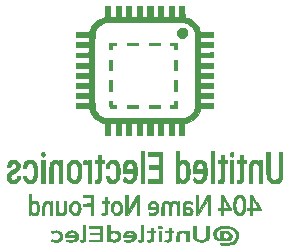
<source format=gbr>
%TF.GenerationSoftware,KiCad,Pcbnew,(6.0.11)*%
%TF.CreationDate,2023-02-12T12:57:39-06:00*%
%TF.ProjectId,DisplayMin,44697370-6c61-4794-9d69-6e2e6b696361,rev?*%
%TF.SameCoordinates,Original*%
%TF.FileFunction,Legend,Bot*%
%TF.FilePolarity,Positive*%
%FSLAX46Y46*%
G04 Gerber Fmt 4.6, Leading zero omitted, Abs format (unit mm)*
G04 Created by KiCad (PCBNEW (6.0.11)) date 2023-02-12 12:57:39*
%MOMM*%
%LPD*%
G01*
G04 APERTURE LIST*
%ADD10C,0.010000*%
G04 APERTURE END LIST*
%TO.C,Ref\u002A\u002A*%
G36*
X147602177Y-93603029D02*
G01*
X147556811Y-93669668D01*
X147466506Y-93744706D01*
X147353599Y-93792724D01*
X147225300Y-93812012D01*
X147088818Y-93800858D01*
X146951363Y-93757551D01*
X146909821Y-93739744D01*
X146867474Y-93727734D01*
X146832441Y-93733169D01*
X146786062Y-93755857D01*
X146779267Y-93759370D01*
X146676891Y-93790673D01*
X146556405Y-93796780D01*
X146432104Y-93778304D01*
X146318286Y-93735855D01*
X146238931Y-93685428D01*
X146152311Y-93594021D01*
X146097427Y-93477657D01*
X146071978Y-93332567D01*
X146069987Y-93280861D01*
X146088033Y-93121183D01*
X146142528Y-92980054D01*
X146231657Y-92858736D01*
X146353604Y-92758495D01*
X146506554Y-92680594D01*
X146688691Y-92626297D01*
X146898201Y-92596869D01*
X147133267Y-92593573D01*
X147339732Y-92612646D01*
X147560391Y-92662107D01*
X147751149Y-92740311D01*
X147911366Y-92846983D01*
X148040402Y-92981851D01*
X148076700Y-93032953D01*
X148138927Y-93151714D01*
X148173076Y-93280714D01*
X148183484Y-93433645D01*
X148182932Y-93479628D01*
X148175921Y-93566105D01*
X148157430Y-93639731D01*
X148123175Y-93720916D01*
X148107396Y-93752133D01*
X148008746Y-93892186D01*
X147877453Y-94008243D01*
X147716509Y-94098544D01*
X147528907Y-94161330D01*
X147317638Y-94194839D01*
X147218447Y-94200246D01*
X147095561Y-94200768D01*
X146974483Y-94195636D01*
X146863308Y-94185613D01*
X146770136Y-94171462D01*
X146703062Y-94153946D01*
X146670184Y-94133828D01*
X146667183Y-94100288D01*
X146684659Y-94058459D01*
X146713184Y-94025580D01*
X146742646Y-94017840D01*
X146749321Y-94019936D01*
X146794984Y-94029549D01*
X146866749Y-94041420D01*
X146952302Y-94053457D01*
X147035996Y-94061418D01*
X147233766Y-94059131D01*
X147423683Y-94028929D01*
X147592428Y-93972497D01*
X147632683Y-93952235D01*
X147734946Y-93883048D01*
X147829319Y-93796624D01*
X147905176Y-93703548D01*
X147951892Y-93614403D01*
X147969251Y-93546993D01*
X147980409Y-93418949D01*
X147969195Y-93289841D01*
X147936284Y-93178575D01*
X147891214Y-93094911D01*
X147786055Y-92967495D01*
X147649676Y-92867343D01*
X147483346Y-92795100D01*
X147288336Y-92751410D01*
X147065917Y-92736917D01*
X146882091Y-92748911D01*
X146705771Y-92787224D01*
X146555843Y-92850018D01*
X146434947Y-92935390D01*
X146345725Y-93041439D01*
X146290818Y-93166263D01*
X146272867Y-93307960D01*
X146274508Y-93345880D01*
X146299645Y-93466040D01*
X146352329Y-93561867D01*
X146429132Y-93628588D01*
X146526629Y-93661430D01*
X146590651Y-93662983D01*
X146646106Y-93639614D01*
X146672952Y-93585981D01*
X146672884Y-93500215D01*
X146670692Y-93481758D01*
X146662896Y-93405008D01*
X146655218Y-93318283D01*
X146882949Y-93318283D01*
X146888763Y-93411900D01*
X146896936Y-93486900D01*
X146908908Y-93544311D01*
X146927321Y-93580839D01*
X146956134Y-93608002D01*
X146958482Y-93609713D01*
X147029740Y-93642227D01*
X147118969Y-93658534D01*
X147207924Y-93657040D01*
X147278359Y-93636152D01*
X147304279Y-93618895D01*
X147363940Y-93548894D01*
X147394584Y-93460264D01*
X147393719Y-93364264D01*
X147358857Y-93272152D01*
X147294705Y-93199111D01*
X147204982Y-93152341D01*
X147101556Y-93140998D01*
X146992196Y-93167304D01*
X146952760Y-93185312D01*
X146910622Y-93215218D01*
X146888794Y-93256132D01*
X146882949Y-93318283D01*
X146655218Y-93318283D01*
X146654318Y-93308121D01*
X146646450Y-93207625D01*
X146632260Y-93011833D01*
X146720628Y-93011833D01*
X146724645Y-93011851D01*
X146790272Y-93019978D01*
X146820508Y-93041834D01*
X146820957Y-93042971D01*
X146834899Y-93057979D01*
X146864482Y-93054589D01*
X146920386Y-93031716D01*
X147036386Y-92997638D01*
X147167384Y-92993539D01*
X147297812Y-93019241D01*
X147418205Y-93071734D01*
X147519099Y-93148007D01*
X147591029Y-93245049D01*
X147616190Y-93313393D01*
X147631684Y-93416510D01*
X147629771Y-93460264D01*
X147627200Y-93519081D01*
X147602177Y-93603029D01*
G37*
D10*
X147602177Y-93603029D02*
X147556811Y-93669668D01*
X147466506Y-93744706D01*
X147353599Y-93792724D01*
X147225300Y-93812012D01*
X147088818Y-93800858D01*
X146951363Y-93757551D01*
X146909821Y-93739744D01*
X146867474Y-93727734D01*
X146832441Y-93733169D01*
X146786062Y-93755857D01*
X146779267Y-93759370D01*
X146676891Y-93790673D01*
X146556405Y-93796780D01*
X146432104Y-93778304D01*
X146318286Y-93735855D01*
X146238931Y-93685428D01*
X146152311Y-93594021D01*
X146097427Y-93477657D01*
X146071978Y-93332567D01*
X146069987Y-93280861D01*
X146088033Y-93121183D01*
X146142528Y-92980054D01*
X146231657Y-92858736D01*
X146353604Y-92758495D01*
X146506554Y-92680594D01*
X146688691Y-92626297D01*
X146898201Y-92596869D01*
X147133267Y-92593573D01*
X147339732Y-92612646D01*
X147560391Y-92662107D01*
X147751149Y-92740311D01*
X147911366Y-92846983D01*
X148040402Y-92981851D01*
X148076700Y-93032953D01*
X148138927Y-93151714D01*
X148173076Y-93280714D01*
X148183484Y-93433645D01*
X148182932Y-93479628D01*
X148175921Y-93566105D01*
X148157430Y-93639731D01*
X148123175Y-93720916D01*
X148107396Y-93752133D01*
X148008746Y-93892186D01*
X147877453Y-94008243D01*
X147716509Y-94098544D01*
X147528907Y-94161330D01*
X147317638Y-94194839D01*
X147218447Y-94200246D01*
X147095561Y-94200768D01*
X146974483Y-94195636D01*
X146863308Y-94185613D01*
X146770136Y-94171462D01*
X146703062Y-94153946D01*
X146670184Y-94133828D01*
X146667183Y-94100288D01*
X146684659Y-94058459D01*
X146713184Y-94025580D01*
X146742646Y-94017840D01*
X146749321Y-94019936D01*
X146794984Y-94029549D01*
X146866749Y-94041420D01*
X146952302Y-94053457D01*
X147035996Y-94061418D01*
X147233766Y-94059131D01*
X147423683Y-94028929D01*
X147592428Y-93972497D01*
X147632683Y-93952235D01*
X147734946Y-93883048D01*
X147829319Y-93796624D01*
X147905176Y-93703548D01*
X147951892Y-93614403D01*
X147969251Y-93546993D01*
X147980409Y-93418949D01*
X147969195Y-93289841D01*
X147936284Y-93178575D01*
X147891214Y-93094911D01*
X147786055Y-92967495D01*
X147649676Y-92867343D01*
X147483346Y-92795100D01*
X147288336Y-92751410D01*
X147065917Y-92736917D01*
X146882091Y-92748911D01*
X146705771Y-92787224D01*
X146555843Y-92850018D01*
X146434947Y-92935390D01*
X146345725Y-93041439D01*
X146290818Y-93166263D01*
X146272867Y-93307960D01*
X146274508Y-93345880D01*
X146299645Y-93466040D01*
X146352329Y-93561867D01*
X146429132Y-93628588D01*
X146526629Y-93661430D01*
X146590651Y-93662983D01*
X146646106Y-93639614D01*
X146672952Y-93585981D01*
X146672884Y-93500215D01*
X146670692Y-93481758D01*
X146662896Y-93405008D01*
X146655218Y-93318283D01*
X146882949Y-93318283D01*
X146888763Y-93411900D01*
X146896936Y-93486900D01*
X146908908Y-93544311D01*
X146927321Y-93580839D01*
X146956134Y-93608002D01*
X146958482Y-93609713D01*
X147029740Y-93642227D01*
X147118969Y-93658534D01*
X147207924Y-93657040D01*
X147278359Y-93636152D01*
X147304279Y-93618895D01*
X147363940Y-93548894D01*
X147394584Y-93460264D01*
X147393719Y-93364264D01*
X147358857Y-93272152D01*
X147294705Y-93199111D01*
X147204982Y-93152341D01*
X147101556Y-93140998D01*
X146992196Y-93167304D01*
X146952760Y-93185312D01*
X146910622Y-93215218D01*
X146888794Y-93256132D01*
X146882949Y-93318283D01*
X146655218Y-93318283D01*
X146654318Y-93308121D01*
X146646450Y-93207625D01*
X146632260Y-93011833D01*
X146720628Y-93011833D01*
X146724645Y-93011851D01*
X146790272Y-93019978D01*
X146820508Y-93041834D01*
X146820957Y-93042971D01*
X146834899Y-93057979D01*
X146864482Y-93054589D01*
X146920386Y-93031716D01*
X147036386Y-92997638D01*
X147167384Y-92993539D01*
X147297812Y-93019241D01*
X147418205Y-93071734D01*
X147519099Y-93148007D01*
X147591029Y-93245049D01*
X147616190Y-93313393D01*
X147631684Y-93416510D01*
X147629771Y-93460264D01*
X147627200Y-93519081D01*
X147602177Y-93603029D01*
G36*
X144589004Y-93080625D02*
G01*
X144590456Y-93175414D01*
X144593798Y-93321776D01*
X144599280Y-93434425D01*
X144608437Y-93518962D01*
X144622801Y-93580989D01*
X144643908Y-93626107D01*
X144673292Y-93659919D01*
X144712486Y-93688025D01*
X144763025Y-93716028D01*
X144848210Y-93746162D01*
X144963858Y-93762931D01*
X145088241Y-93763112D01*
X145205649Y-93746767D01*
X145300373Y-93713955D01*
X145321915Y-93702437D01*
X145369937Y-93673165D01*
X145406640Y-93640913D01*
X145433541Y-93600060D01*
X145452156Y-93544984D01*
X145464001Y-93470066D01*
X145470595Y-93369683D01*
X145473451Y-93238215D01*
X145474088Y-93070041D01*
X145474167Y-92609666D01*
X145707000Y-92609666D01*
X145707000Y-93079233D01*
X145706956Y-93153292D01*
X145706366Y-93291075D01*
X145704687Y-93395642D01*
X145701421Y-93473294D01*
X145696068Y-93530329D01*
X145688130Y-93573047D01*
X145677107Y-93607746D01*
X145662500Y-93640725D01*
X145658898Y-93647998D01*
X145589176Y-93746266D01*
X145488697Y-93823034D01*
X145352948Y-93881818D01*
X145298470Y-93897659D01*
X145223427Y-93911039D01*
X145135071Y-93915987D01*
X145019084Y-93913877D01*
X144966962Y-93911265D01*
X144868502Y-93903293D01*
X144784375Y-93892770D01*
X144728577Y-93881266D01*
X144684677Y-93864589D01*
X144579580Y-93802365D01*
X144486740Y-93718752D01*
X144421125Y-93626168D01*
X144411397Y-93606310D01*
X144398055Y-93573749D01*
X144388269Y-93537192D01*
X144381491Y-93490251D01*
X144377173Y-93426535D01*
X144374768Y-93339656D01*
X144373726Y-93223223D01*
X144373500Y-93070848D01*
X144373500Y-92609666D01*
X144582257Y-92609666D01*
X144589004Y-93080625D01*
G37*
X144589004Y-93080625D02*
X144590456Y-93175414D01*
X144593798Y-93321776D01*
X144599280Y-93434425D01*
X144608437Y-93518962D01*
X144622801Y-93580989D01*
X144643908Y-93626107D01*
X144673292Y-93659919D01*
X144712486Y-93688025D01*
X144763025Y-93716028D01*
X144848210Y-93746162D01*
X144963858Y-93762931D01*
X145088241Y-93763112D01*
X145205649Y-93746767D01*
X145300373Y-93713955D01*
X145321915Y-93702437D01*
X145369937Y-93673165D01*
X145406640Y-93640913D01*
X145433541Y-93600060D01*
X145452156Y-93544984D01*
X145464001Y-93470066D01*
X145470595Y-93369683D01*
X145473451Y-93238215D01*
X145474088Y-93070041D01*
X145474167Y-92609666D01*
X145707000Y-92609666D01*
X145707000Y-93079233D01*
X145706956Y-93153292D01*
X145706366Y-93291075D01*
X145704687Y-93395642D01*
X145701421Y-93473294D01*
X145696068Y-93530329D01*
X145688130Y-93573047D01*
X145677107Y-93607746D01*
X145662500Y-93640725D01*
X145658898Y-93647998D01*
X145589176Y-93746266D01*
X145488697Y-93823034D01*
X145352948Y-93881818D01*
X145298470Y-93897659D01*
X145223427Y-93911039D01*
X145135071Y-93915987D01*
X145019084Y-93913877D01*
X144966962Y-93911265D01*
X144868502Y-93903293D01*
X144784375Y-93892770D01*
X144728577Y-93881266D01*
X144684677Y-93864589D01*
X144579580Y-93802365D01*
X144486740Y-93718752D01*
X144421125Y-93626168D01*
X144411397Y-93606310D01*
X144398055Y-93573749D01*
X144388269Y-93537192D01*
X144381491Y-93490251D01*
X144377173Y-93426535D01*
X144374768Y-93339656D01*
X144373726Y-93223223D01*
X144373500Y-93070848D01*
X144373500Y-92609666D01*
X144582257Y-92609666D01*
X144589004Y-93080625D01*
G36*
X142532000Y-92990666D02*
G01*
X142616667Y-92990666D01*
X142641650Y-92990832D01*
X142682944Y-92996237D01*
X142698771Y-93017317D01*
X142701334Y-93064750D01*
X142701145Y-93086610D01*
X142694967Y-93122742D01*
X142670876Y-93136590D01*
X142616667Y-93138833D01*
X142532000Y-93138833D01*
X142532000Y-93749410D01*
X142469122Y-93812288D01*
X142460807Y-93820170D01*
X142395336Y-93866770D01*
X142326247Y-93897698D01*
X142292949Y-93904559D01*
X142218841Y-93911054D01*
X142134767Y-93911320D01*
X142053756Y-93905950D01*
X141988840Y-93895540D01*
X141953050Y-93880683D01*
X141943568Y-93861219D01*
X141954845Y-93809542D01*
X141966252Y-93788141D01*
X141987819Y-93770362D01*
X142026431Y-93765226D01*
X142094556Y-93769128D01*
X142134369Y-93771918D01*
X142190465Y-93770406D01*
X142228934Y-93755960D01*
X142265885Y-93724372D01*
X142286846Y-93701916D01*
X142302708Y-93676738D01*
X142312561Y-93642785D01*
X142317831Y-93591667D01*
X142319946Y-93514994D01*
X142320334Y-93404378D01*
X142320334Y-93138833D01*
X141981667Y-93138833D01*
X141981667Y-92990666D01*
X142320334Y-92990666D01*
X142320334Y-92736666D01*
X142532000Y-92736666D01*
X142532000Y-92990666D01*
G37*
X142532000Y-92990666D02*
X142616667Y-92990666D01*
X142641650Y-92990832D01*
X142682944Y-92996237D01*
X142698771Y-93017317D01*
X142701334Y-93064750D01*
X142701145Y-93086610D01*
X142694967Y-93122742D01*
X142670876Y-93136590D01*
X142616667Y-93138833D01*
X142532000Y-93138833D01*
X142532000Y-93749410D01*
X142469122Y-93812288D01*
X142460807Y-93820170D01*
X142395336Y-93866770D01*
X142326247Y-93897698D01*
X142292949Y-93904559D01*
X142218841Y-93911054D01*
X142134767Y-93911320D01*
X142053756Y-93905950D01*
X141988840Y-93895540D01*
X141953050Y-93880683D01*
X141943568Y-93861219D01*
X141954845Y-93809542D01*
X141966252Y-93788141D01*
X141987819Y-93770362D01*
X142026431Y-93765226D01*
X142094556Y-93769128D01*
X142134369Y-93771918D01*
X142190465Y-93770406D01*
X142228934Y-93755960D01*
X142265885Y-93724372D01*
X142286846Y-93701916D01*
X142302708Y-93676738D01*
X142312561Y-93642785D01*
X142317831Y-93591667D01*
X142319946Y-93514994D01*
X142320334Y-93404378D01*
X142320334Y-93138833D01*
X141981667Y-93138833D01*
X141981667Y-92990666D01*
X142320334Y-92990666D01*
X142320334Y-92736666D01*
X142532000Y-92736666D01*
X142532000Y-92990666D01*
G36*
X141008000Y-92990666D02*
G01*
X141092667Y-92990666D01*
X141117650Y-92990832D01*
X141158944Y-92996237D01*
X141174771Y-93017317D01*
X141177334Y-93064750D01*
X141177145Y-93086610D01*
X141170967Y-93122742D01*
X141146876Y-93136590D01*
X141092667Y-93138833D01*
X141008000Y-93138833D01*
X141008000Y-93442895D01*
X141007347Y-93541690D01*
X141002719Y-93655302D01*
X140991247Y-93737819D01*
X140970159Y-93795886D01*
X140936680Y-93836150D01*
X140888035Y-93865255D01*
X140821452Y-93889849D01*
X140786078Y-93898737D01*
X140707690Y-93909043D01*
X140620374Y-93912472D01*
X140536837Y-93909231D01*
X140469784Y-93899523D01*
X140431923Y-93883555D01*
X140424886Y-93858370D01*
X140433898Y-93812429D01*
X140444130Y-93789397D01*
X140463866Y-93770520D01*
X140500654Y-93764998D01*
X140566976Y-93768730D01*
X140567622Y-93768783D01*
X140642234Y-93770971D01*
X140693224Y-93759977D01*
X140738125Y-93732044D01*
X140744035Y-93727366D01*
X140766042Y-93707913D01*
X140780805Y-93685838D01*
X140789769Y-93653197D01*
X140794380Y-93602049D01*
X140796087Y-93524452D01*
X140796334Y-93412463D01*
X140796334Y-93138833D01*
X140457667Y-93138833D01*
X140457667Y-92990666D01*
X140796334Y-92990666D01*
X140796334Y-92736666D01*
X141008000Y-92736666D01*
X141008000Y-92990666D01*
G37*
X141008000Y-92990666D02*
X141092667Y-92990666D01*
X141117650Y-92990832D01*
X141158944Y-92996237D01*
X141174771Y-93017317D01*
X141177334Y-93064750D01*
X141177145Y-93086610D01*
X141170967Y-93122742D01*
X141146876Y-93136590D01*
X141092667Y-93138833D01*
X141008000Y-93138833D01*
X141008000Y-93442895D01*
X141007347Y-93541690D01*
X141002719Y-93655302D01*
X140991247Y-93737819D01*
X140970159Y-93795886D01*
X140936680Y-93836150D01*
X140888035Y-93865255D01*
X140821452Y-93889849D01*
X140786078Y-93898737D01*
X140707690Y-93909043D01*
X140620374Y-93912472D01*
X140536837Y-93909231D01*
X140469784Y-93899523D01*
X140431923Y-93883555D01*
X140424886Y-93858370D01*
X140433898Y-93812429D01*
X140444130Y-93789397D01*
X140463866Y-93770520D01*
X140500654Y-93764998D01*
X140566976Y-93768730D01*
X140567622Y-93768783D01*
X140642234Y-93770971D01*
X140693224Y-93759977D01*
X140738125Y-93732044D01*
X140744035Y-93727366D01*
X140766042Y-93707913D01*
X140780805Y-93685838D01*
X140789769Y-93653197D01*
X140794380Y-93602049D01*
X140796087Y-93524452D01*
X140796334Y-93412463D01*
X140796334Y-93138833D01*
X140457667Y-93138833D01*
X140457667Y-92990666D01*
X140796334Y-92990666D01*
X140796334Y-92736666D01*
X141008000Y-92736666D01*
X141008000Y-92990666D01*
G36*
X140161334Y-93144706D02*
G01*
X140161244Y-93302674D01*
X140160424Y-93459817D01*
X140158032Y-93583155D01*
X140153222Y-93677367D01*
X140145150Y-93747130D01*
X140132973Y-93797123D01*
X140115846Y-93832024D01*
X140092926Y-93856513D01*
X140063367Y-93875266D01*
X140026326Y-93892963D01*
X139993738Y-93902214D01*
X139928729Y-93910244D01*
X139851384Y-93913409D01*
X139775297Y-93911687D01*
X139714064Y-93905058D01*
X139681279Y-93893500D01*
X139682639Y-93871936D01*
X139698272Y-93829485D01*
X139710194Y-93807317D01*
X139742865Y-93780556D01*
X139799606Y-93773509D01*
X139835365Y-93773408D01*
X139867260Y-93770791D01*
X139891901Y-93761257D01*
X139910287Y-93740380D01*
X139923420Y-93703733D01*
X139932300Y-93646891D01*
X139937928Y-93565427D01*
X139941304Y-93454916D01*
X139943430Y-93310930D01*
X139945305Y-93129044D01*
X139951526Y-92525000D01*
X140161334Y-92525000D01*
X140161334Y-93144706D01*
G37*
X140161334Y-93144706D02*
X140161244Y-93302674D01*
X140160424Y-93459817D01*
X140158032Y-93583155D01*
X140153222Y-93677367D01*
X140145150Y-93747130D01*
X140132973Y-93797123D01*
X140115846Y-93832024D01*
X140092926Y-93856513D01*
X140063367Y-93875266D01*
X140026326Y-93892963D01*
X139993738Y-93902214D01*
X139928729Y-93910244D01*
X139851384Y-93913409D01*
X139775297Y-93911687D01*
X139714064Y-93905058D01*
X139681279Y-93893500D01*
X139682639Y-93871936D01*
X139698272Y-93829485D01*
X139710194Y-93807317D01*
X139742865Y-93780556D01*
X139799606Y-93773509D01*
X139835365Y-93773408D01*
X139867260Y-93770791D01*
X139891901Y-93761257D01*
X139910287Y-93740380D01*
X139923420Y-93703733D01*
X139932300Y-93646891D01*
X139937928Y-93565427D01*
X139941304Y-93454916D01*
X139943430Y-93310930D01*
X139945305Y-93129044D01*
X139951526Y-92525000D01*
X140161334Y-92525000D01*
X140161334Y-93144706D01*
G36*
X139528743Y-93573851D02*
G01*
X139473233Y-93693241D01*
X139450724Y-93724957D01*
X139389293Y-93788960D01*
X139310119Y-93838829D01*
X139200958Y-93883102D01*
X139126860Y-93901541D01*
X139007708Y-93915614D01*
X138874545Y-93919014D01*
X138742512Y-93911485D01*
X138626750Y-93892773D01*
X138593670Y-93884520D01*
X138547015Y-93868036D01*
X138527969Y-93847647D01*
X138526817Y-93815880D01*
X138528369Y-93803923D01*
X138543843Y-93757204D01*
X138577381Y-93742227D01*
X138638187Y-93753867D01*
X138639253Y-93754182D01*
X138698273Y-93765320D01*
X138781491Y-93773656D01*
X138871251Y-93777406D01*
X139022700Y-93764872D01*
X139143586Y-93723873D01*
X139233247Y-93654496D01*
X139291503Y-93556836D01*
X139313619Y-93498666D01*
X138468000Y-93498666D01*
X138468000Y-93381198D01*
X138468005Y-93378465D01*
X138473939Y-93323825D01*
X138679667Y-93323825D01*
X138680061Y-93336986D01*
X138685032Y-93351518D01*
X138700855Y-93361290D01*
X138733826Y-93367246D01*
X138790243Y-93370331D01*
X138876399Y-93371490D01*
X138998594Y-93371666D01*
X139317520Y-93371666D01*
X139303875Y-93324041D01*
X139279293Y-93273717D01*
X139218913Y-93208112D01*
X139139946Y-93155977D01*
X139055934Y-93128020D01*
X139027080Y-93124783D01*
X138924957Y-93129516D01*
X138830549Y-93156264D01*
X138752462Y-93200550D01*
X138699300Y-93257896D01*
X138679667Y-93323825D01*
X138473939Y-93323825D01*
X138480683Y-93261725D01*
X138520981Y-93169361D01*
X138593703Y-93090256D01*
X138685756Y-93031825D01*
X138805490Y-92994960D01*
X138954834Y-92981766D01*
X139044687Y-92984117D01*
X139182697Y-93007232D01*
X139298621Y-93057293D01*
X139401483Y-93137446D01*
X139461594Y-93207133D01*
X139522054Y-93324058D01*
X139530725Y-93371666D01*
X139544727Y-93448544D01*
X139528743Y-93573851D01*
G37*
X139528743Y-93573851D02*
X139473233Y-93693241D01*
X139450724Y-93724957D01*
X139389293Y-93788960D01*
X139310119Y-93838829D01*
X139200958Y-93883102D01*
X139126860Y-93901541D01*
X139007708Y-93915614D01*
X138874545Y-93919014D01*
X138742512Y-93911485D01*
X138626750Y-93892773D01*
X138593670Y-93884520D01*
X138547015Y-93868036D01*
X138527969Y-93847647D01*
X138526817Y-93815880D01*
X138528369Y-93803923D01*
X138543843Y-93757204D01*
X138577381Y-93742227D01*
X138638187Y-93753867D01*
X138639253Y-93754182D01*
X138698273Y-93765320D01*
X138781491Y-93773656D01*
X138871251Y-93777406D01*
X139022700Y-93764872D01*
X139143586Y-93723873D01*
X139233247Y-93654496D01*
X139291503Y-93556836D01*
X139313619Y-93498666D01*
X138468000Y-93498666D01*
X138468000Y-93381198D01*
X138468005Y-93378465D01*
X138473939Y-93323825D01*
X138679667Y-93323825D01*
X138680061Y-93336986D01*
X138685032Y-93351518D01*
X138700855Y-93361290D01*
X138733826Y-93367246D01*
X138790243Y-93370331D01*
X138876399Y-93371490D01*
X138998594Y-93371666D01*
X139317520Y-93371666D01*
X139303875Y-93324041D01*
X139279293Y-93273717D01*
X139218913Y-93208112D01*
X139139946Y-93155977D01*
X139055934Y-93128020D01*
X139027080Y-93124783D01*
X138924957Y-93129516D01*
X138830549Y-93156264D01*
X138752462Y-93200550D01*
X138699300Y-93257896D01*
X138679667Y-93323825D01*
X138473939Y-93323825D01*
X138480683Y-93261725D01*
X138520981Y-93169361D01*
X138593703Y-93090256D01*
X138685756Y-93031825D01*
X138805490Y-92994960D01*
X138954834Y-92981766D01*
X139044687Y-92984117D01*
X139182697Y-93007232D01*
X139298621Y-93057293D01*
X139401483Y-93137446D01*
X139461594Y-93207133D01*
X139522054Y-93324058D01*
X139530725Y-93371666D01*
X139544727Y-93448544D01*
X139528743Y-93573851D01*
G36*
X138210692Y-93513277D02*
G01*
X138178381Y-93646918D01*
X138110988Y-93757291D01*
X138009642Y-93842894D01*
X137875471Y-93902223D01*
X137853536Y-93907925D01*
X137753820Y-93919894D01*
X137637269Y-93918552D01*
X137521910Y-93904809D01*
X137425769Y-93879572D01*
X137384810Y-93864438D01*
X137336602Y-93850627D01*
X137309134Y-93852444D01*
X137290917Y-93868988D01*
X137289656Y-93870582D01*
X137250536Y-93892235D01*
X137190375Y-93900833D01*
X137113334Y-93900833D01*
X137113334Y-93685390D01*
X137325000Y-93685390D01*
X137416350Y-93729611D01*
X137429079Y-93735509D01*
X137555856Y-93769969D01*
X137687403Y-93766833D01*
X137811401Y-93726208D01*
X137861016Y-93697978D01*
X137937193Y-93632061D01*
X137978998Y-93550742D01*
X137991750Y-93445750D01*
X137983784Y-93365035D01*
X137943602Y-93266415D01*
X137871011Y-93193775D01*
X137767668Y-93148572D01*
X137635229Y-93132262D01*
X137566302Y-93134204D01*
X137486986Y-93148723D01*
X137414206Y-93181158D01*
X137325000Y-93231295D01*
X137325000Y-93685390D01*
X137113334Y-93685390D01*
X137113334Y-92525000D01*
X137325000Y-92525000D01*
X137325000Y-93052006D01*
X137404375Y-93017902D01*
X137432767Y-93007845D01*
X137528907Y-92989891D01*
X137653084Y-92983410D01*
X137793364Y-92993743D01*
X137938109Y-93033338D01*
X138054755Y-93100818D01*
X138141045Y-93194299D01*
X138194725Y-93311895D01*
X138212733Y-93445750D01*
X138213536Y-93451721D01*
X138210692Y-93513277D01*
G37*
X138210692Y-93513277D02*
X138178381Y-93646918D01*
X138110988Y-93757291D01*
X138009642Y-93842894D01*
X137875471Y-93902223D01*
X137853536Y-93907925D01*
X137753820Y-93919894D01*
X137637269Y-93918552D01*
X137521910Y-93904809D01*
X137425769Y-93879572D01*
X137384810Y-93864438D01*
X137336602Y-93850627D01*
X137309134Y-93852444D01*
X137290917Y-93868988D01*
X137289656Y-93870582D01*
X137250536Y-93892235D01*
X137190375Y-93900833D01*
X137113334Y-93900833D01*
X137113334Y-93685390D01*
X137325000Y-93685390D01*
X137416350Y-93729611D01*
X137429079Y-93735509D01*
X137555856Y-93769969D01*
X137687403Y-93766833D01*
X137811401Y-93726208D01*
X137861016Y-93697978D01*
X137937193Y-93632061D01*
X137978998Y-93550742D01*
X137991750Y-93445750D01*
X137983784Y-93365035D01*
X137943602Y-93266415D01*
X137871011Y-93193775D01*
X137767668Y-93148572D01*
X137635229Y-93132262D01*
X137566302Y-93134204D01*
X137486986Y-93148723D01*
X137414206Y-93181158D01*
X137325000Y-93231295D01*
X137325000Y-93685390D01*
X137113334Y-93685390D01*
X137113334Y-92525000D01*
X137325000Y-92525000D01*
X137325000Y-93052006D01*
X137404375Y-93017902D01*
X137432767Y-93007845D01*
X137528907Y-92989891D01*
X137653084Y-92983410D01*
X137793364Y-92993743D01*
X137938109Y-93033338D01*
X138054755Y-93100818D01*
X138141045Y-93194299D01*
X138194725Y-93311895D01*
X138212733Y-93445750D01*
X138213536Y-93451721D01*
X138210692Y-93513277D01*
G36*
X135250667Y-93144706D02*
G01*
X135250577Y-93302623D01*
X135249757Y-93459787D01*
X135247364Y-93583143D01*
X135242553Y-93677368D01*
X135234481Y-93747140D01*
X135222304Y-93797135D01*
X135205177Y-93832032D01*
X135182257Y-93856508D01*
X135152699Y-93875240D01*
X135115660Y-93892906D01*
X135036003Y-93912741D01*
X134929313Y-93914046D01*
X134889867Y-93910836D01*
X134820930Y-93901541D01*
X134785393Y-93886954D01*
X134776926Y-93863098D01*
X134789196Y-93825994D01*
X134808646Y-93795182D01*
X134842861Y-93778044D01*
X134904070Y-93773833D01*
X134936548Y-93772833D01*
X134988781Y-93761159D01*
X135017089Y-93732891D01*
X135020545Y-93721358D01*
X135026890Y-93667600D01*
X135032021Y-93576245D01*
X135035824Y-93450480D01*
X135038188Y-93293494D01*
X135039000Y-93108474D01*
X135039000Y-92525000D01*
X135250667Y-92525000D01*
X135250667Y-93144706D01*
G37*
X135250667Y-93144706D02*
X135250577Y-93302623D01*
X135249757Y-93459787D01*
X135247364Y-93583143D01*
X135242553Y-93677368D01*
X135234481Y-93747140D01*
X135222304Y-93797135D01*
X135205177Y-93832032D01*
X135182257Y-93856508D01*
X135152699Y-93875240D01*
X135115660Y-93892906D01*
X135036003Y-93912741D01*
X134929313Y-93914046D01*
X134889867Y-93910836D01*
X134820930Y-93901541D01*
X134785393Y-93886954D01*
X134776926Y-93863098D01*
X134789196Y-93825994D01*
X134808646Y-93795182D01*
X134842861Y-93778044D01*
X134904070Y-93773833D01*
X134936548Y-93772833D01*
X134988781Y-93761159D01*
X135017089Y-93732891D01*
X135020545Y-93721358D01*
X135026890Y-93667600D01*
X135032021Y-93576245D01*
X135035824Y-93450480D01*
X135038188Y-93293494D01*
X135039000Y-93108474D01*
X135039000Y-92525000D01*
X135250667Y-92525000D01*
X135250667Y-93144706D01*
G36*
X134632341Y-93520106D02*
G01*
X134596028Y-93644133D01*
X134523087Y-93747343D01*
X134413293Y-93830005D01*
X134266417Y-93892391D01*
X134227781Y-93902223D01*
X134129779Y-93915297D01*
X134015194Y-93919646D01*
X133895726Y-93915841D01*
X133783077Y-93904450D01*
X133688949Y-93886042D01*
X133625042Y-93861188D01*
X133618681Y-93855640D01*
X133611275Y-93821961D01*
X133624285Y-93780685D01*
X133649978Y-93748423D01*
X133680620Y-93741790D01*
X133748308Y-93761164D01*
X133857143Y-93775829D01*
X133974725Y-93777865D01*
X134088600Y-93767871D01*
X134186309Y-93746446D01*
X134255397Y-93714186D01*
X134268224Y-93703804D01*
X134312801Y-93658426D01*
X134356878Y-93603360D01*
X134390573Y-93551740D01*
X134404000Y-93516703D01*
X134403193Y-93515587D01*
X134375519Y-93510215D01*
X134313093Y-93505567D01*
X134222252Y-93501913D01*
X134109331Y-93499523D01*
X133980667Y-93498666D01*
X133557334Y-93498666D01*
X133557334Y-93390740D01*
X133561291Y-93330957D01*
X133769000Y-93330957D01*
X133769163Y-93336339D01*
X133773713Y-93350484D01*
X133789237Y-93360254D01*
X133822006Y-93366453D01*
X133878292Y-93369885D01*
X133964366Y-93371355D01*
X134086500Y-93371666D01*
X134219248Y-93370341D01*
X134321091Y-93366142D01*
X134383074Y-93359150D01*
X134404000Y-93349448D01*
X134403980Y-93348609D01*
X134394183Y-93314510D01*
X134371892Y-93265140D01*
X134355162Y-93238379D01*
X134287145Y-93177414D01*
X134196874Y-93138966D01*
X134094861Y-93123794D01*
X133991615Y-93132656D01*
X133897645Y-93166313D01*
X133823462Y-93225523D01*
X133814431Y-93236820D01*
X133782080Y-93289021D01*
X133769000Y-93330957D01*
X133561291Y-93330957D01*
X133562290Y-93315873D01*
X133596024Y-93203114D01*
X133663113Y-93113827D01*
X133765258Y-93046087D01*
X133904161Y-92997967D01*
X133945155Y-92989076D01*
X134096628Y-92977080D01*
X134239446Y-92996557D01*
X134368268Y-93044207D01*
X134477757Y-93116733D01*
X134562574Y-93210837D01*
X134617379Y-93323221D01*
X134621386Y-93349448D01*
X134636834Y-93450585D01*
X134632341Y-93520106D01*
G37*
X134632341Y-93520106D02*
X134596028Y-93644133D01*
X134523087Y-93747343D01*
X134413293Y-93830005D01*
X134266417Y-93892391D01*
X134227781Y-93902223D01*
X134129779Y-93915297D01*
X134015194Y-93919646D01*
X133895726Y-93915841D01*
X133783077Y-93904450D01*
X133688949Y-93886042D01*
X133625042Y-93861188D01*
X133618681Y-93855640D01*
X133611275Y-93821961D01*
X133624285Y-93780685D01*
X133649978Y-93748423D01*
X133680620Y-93741790D01*
X133748308Y-93761164D01*
X133857143Y-93775829D01*
X133974725Y-93777865D01*
X134088600Y-93767871D01*
X134186309Y-93746446D01*
X134255397Y-93714186D01*
X134268224Y-93703804D01*
X134312801Y-93658426D01*
X134356878Y-93603360D01*
X134390573Y-93551740D01*
X134404000Y-93516703D01*
X134403193Y-93515587D01*
X134375519Y-93510215D01*
X134313093Y-93505567D01*
X134222252Y-93501913D01*
X134109331Y-93499523D01*
X133980667Y-93498666D01*
X133557334Y-93498666D01*
X133557334Y-93390740D01*
X133561291Y-93330957D01*
X133769000Y-93330957D01*
X133769163Y-93336339D01*
X133773713Y-93350484D01*
X133789237Y-93360254D01*
X133822006Y-93366453D01*
X133878292Y-93369885D01*
X133964366Y-93371355D01*
X134086500Y-93371666D01*
X134219248Y-93370341D01*
X134321091Y-93366142D01*
X134383074Y-93359150D01*
X134404000Y-93349448D01*
X134403980Y-93348609D01*
X134394183Y-93314510D01*
X134371892Y-93265140D01*
X134355162Y-93238379D01*
X134287145Y-93177414D01*
X134196874Y-93138966D01*
X134094861Y-93123794D01*
X133991615Y-93132656D01*
X133897645Y-93166313D01*
X133823462Y-93225523D01*
X133814431Y-93236820D01*
X133782080Y-93289021D01*
X133769000Y-93330957D01*
X133561291Y-93330957D01*
X133562290Y-93315873D01*
X133596024Y-93203114D01*
X133663113Y-93113827D01*
X133765258Y-93046087D01*
X133904161Y-92997967D01*
X133945155Y-92989076D01*
X134096628Y-92977080D01*
X134239446Y-92996557D01*
X134368268Y-93044207D01*
X134477757Y-93116733D01*
X134562574Y-93210837D01*
X134617379Y-93323221D01*
X134621386Y-93349448D01*
X134636834Y-93450585D01*
X134632341Y-93520106D01*
G36*
X132800867Y-92979485D02*
G01*
X132834971Y-92984844D01*
X132952108Y-93017532D01*
X133064551Y-93068054D01*
X133159762Y-93129986D01*
X133225203Y-93196903D01*
X133270052Y-93275917D01*
X133307866Y-93401262D01*
X133310623Y-93526416D01*
X133280429Y-93644516D01*
X133219390Y-93748700D01*
X133129610Y-93832106D01*
X133013196Y-93887871D01*
X132988578Y-93894597D01*
X132878361Y-93912503D01*
X132749394Y-93919679D01*
X132619208Y-93915702D01*
X132505334Y-93900148D01*
X132473901Y-93893192D01*
X132405284Y-93874268D01*
X132369759Y-93853798D01*
X132360719Y-93826121D01*
X132371557Y-93785582D01*
X132380268Y-93765012D01*
X132404038Y-93738380D01*
X132441169Y-93741524D01*
X132447060Y-93743132D01*
X132497177Y-93751728D01*
X132572766Y-93760420D01*
X132659890Y-93767550D01*
X132712915Y-93770467D01*
X132795504Y-93770464D01*
X132856398Y-93761422D01*
X132909015Y-93741962D01*
X132946436Y-93720979D01*
X133023421Y-93648729D01*
X133070760Y-93557974D01*
X133087782Y-93457715D01*
X133073814Y-93356957D01*
X133028185Y-93264702D01*
X132950222Y-93189953D01*
X132942598Y-93185063D01*
X132843026Y-93145232D01*
X132718599Y-93129496D01*
X132578652Y-93138186D01*
X132432521Y-93171633D01*
X132416466Y-93171124D01*
X132388120Y-93146275D01*
X132367752Y-93103768D01*
X132361746Y-93059715D01*
X132376487Y-93030227D01*
X132394469Y-93021888D01*
X132457587Y-93004998D01*
X132543259Y-92990703D01*
X132638012Y-92980611D01*
X132728372Y-92976335D01*
X132800867Y-92979485D01*
G37*
X132800867Y-92979485D02*
X132834971Y-92984844D01*
X132952108Y-93017532D01*
X133064551Y-93068054D01*
X133159762Y-93129986D01*
X133225203Y-93196903D01*
X133270052Y-93275917D01*
X133307866Y-93401262D01*
X133310623Y-93526416D01*
X133280429Y-93644516D01*
X133219390Y-93748700D01*
X133129610Y-93832106D01*
X133013196Y-93887871D01*
X132988578Y-93894597D01*
X132878361Y-93912503D01*
X132749394Y-93919679D01*
X132619208Y-93915702D01*
X132505334Y-93900148D01*
X132473901Y-93893192D01*
X132405284Y-93874268D01*
X132369759Y-93853798D01*
X132360719Y-93826121D01*
X132371557Y-93785582D01*
X132380268Y-93765012D01*
X132404038Y-93738380D01*
X132441169Y-93741524D01*
X132447060Y-93743132D01*
X132497177Y-93751728D01*
X132572766Y-93760420D01*
X132659890Y-93767550D01*
X132712915Y-93770467D01*
X132795504Y-93770464D01*
X132856398Y-93761422D01*
X132909015Y-93741962D01*
X132946436Y-93720979D01*
X133023421Y-93648729D01*
X133070760Y-93557974D01*
X133087782Y-93457715D01*
X133073814Y-93356957D01*
X133028185Y-93264702D01*
X132950222Y-93189953D01*
X132942598Y-93185063D01*
X132843026Y-93145232D01*
X132718599Y-93129496D01*
X132578652Y-93138186D01*
X132432521Y-93171633D01*
X132416466Y-93171124D01*
X132388120Y-93146275D01*
X132367752Y-93103768D01*
X132361746Y-93059715D01*
X132376487Y-93030227D01*
X132394469Y-93021888D01*
X132457587Y-93004998D01*
X132543259Y-92990703D01*
X132638012Y-92980611D01*
X132728372Y-92976335D01*
X132800867Y-92979485D01*
G36*
X143560955Y-92989811D02*
G01*
X143692255Y-93020245D01*
X143747402Y-93038251D01*
X143789007Y-93047333D01*
X143812773Y-93042141D01*
X143830772Y-93022909D01*
X143863585Y-92999147D01*
X143929935Y-92994292D01*
X144003084Y-93001250D01*
X144008796Y-93451041D01*
X144014509Y-93900833D01*
X143780834Y-93900833D01*
X143780834Y-93201285D01*
X143722625Y-93179121D01*
X143670331Y-93161447D01*
X143542286Y-93135703D01*
X143421627Y-93134426D01*
X143317729Y-93157144D01*
X143239964Y-93203385D01*
X143227228Y-93215777D01*
X143211120Y-93236175D01*
X143200186Y-93262841D01*
X143193426Y-93302987D01*
X143189837Y-93363827D01*
X143188418Y-93452573D01*
X143188167Y-93576439D01*
X143188167Y-93900833D01*
X142952485Y-93900833D01*
X142959201Y-93553055D01*
X142960057Y-93511204D01*
X142964377Y-93375598D01*
X142972289Y-93273783D01*
X142986353Y-93198984D01*
X143009133Y-93144431D01*
X143043191Y-93103351D01*
X143091089Y-93068972D01*
X143155389Y-93034521D01*
X143170835Y-93027274D01*
X143285636Y-92993713D01*
X143420546Y-92981096D01*
X143560955Y-92989811D01*
G37*
X143560955Y-92989811D02*
X143692255Y-93020245D01*
X143747402Y-93038251D01*
X143789007Y-93047333D01*
X143812773Y-93042141D01*
X143830772Y-93022909D01*
X143863585Y-92999147D01*
X143929935Y-92994292D01*
X144003084Y-93001250D01*
X144008796Y-93451041D01*
X144014509Y-93900833D01*
X143780834Y-93900833D01*
X143780834Y-93201285D01*
X143722625Y-93179121D01*
X143670331Y-93161447D01*
X143542286Y-93135703D01*
X143421627Y-93134426D01*
X143317729Y-93157144D01*
X143239964Y-93203385D01*
X143227228Y-93215777D01*
X143211120Y-93236175D01*
X143200186Y-93262841D01*
X143193426Y-93302987D01*
X143189837Y-93363827D01*
X143188418Y-93452573D01*
X143188167Y-93576439D01*
X143188167Y-93900833D01*
X142952485Y-93900833D01*
X142959201Y-93553055D01*
X142960057Y-93511204D01*
X142964377Y-93375598D01*
X142972289Y-93273783D01*
X142986353Y-93198984D01*
X143009133Y-93144431D01*
X143043191Y-93103351D01*
X143091089Y-93068972D01*
X143155389Y-93034521D01*
X143170835Y-93027274D01*
X143285636Y-92993713D01*
X143420546Y-92981096D01*
X143560955Y-92989811D01*
G36*
X141685334Y-93900833D02*
G01*
X141452500Y-93900833D01*
X141452500Y-92990666D01*
X141685334Y-92990666D01*
X141685334Y-93900833D01*
G37*
X141685334Y-93900833D02*
X141452500Y-93900833D01*
X141452500Y-92990666D01*
X141685334Y-92990666D01*
X141685334Y-93900833D01*
G36*
X136690000Y-93900833D02*
G01*
X135589334Y-93900833D01*
X135589334Y-93752666D01*
X136457167Y-93752666D01*
X136457167Y-93308166D01*
X135652834Y-93308166D01*
X135652834Y-93160000D01*
X136457167Y-93160000D01*
X136457167Y-92757833D01*
X135589334Y-92757833D01*
X135589334Y-92609666D01*
X136690000Y-92609666D01*
X136690000Y-93900833D01*
G37*
X136690000Y-93900833D02*
X135589334Y-93900833D01*
X135589334Y-93752666D01*
X136457167Y-93752666D01*
X136457167Y-93308166D01*
X135652834Y-93308166D01*
X135652834Y-93160000D01*
X136457167Y-93160000D01*
X136457167Y-92757833D01*
X135589334Y-92757833D01*
X135589334Y-92609666D01*
X136690000Y-92609666D01*
X136690000Y-93900833D01*
G36*
X141608382Y-92574976D02*
G01*
X141669891Y-92596929D01*
X141710477Y-92641691D01*
X141714143Y-92650187D01*
X141721316Y-92696631D01*
X141698432Y-92746382D01*
X141675683Y-92774531D01*
X141636036Y-92794952D01*
X141571710Y-92800166D01*
X141526822Y-92796922D01*
X141457727Y-92772166D01*
X141420343Y-92726173D01*
X141418833Y-92662687D01*
X141430036Y-92636478D01*
X141475283Y-92595698D01*
X141539122Y-92574881D01*
X141608382Y-92574976D01*
G37*
X141608382Y-92574976D02*
X141669891Y-92596929D01*
X141710477Y-92641691D01*
X141714143Y-92650187D01*
X141721316Y-92696631D01*
X141698432Y-92746382D01*
X141675683Y-92774531D01*
X141636036Y-92794952D01*
X141571710Y-92800166D01*
X141526822Y-92796922D01*
X141457727Y-92772166D01*
X141420343Y-92726173D01*
X141418833Y-92662687D01*
X141430036Y-92636478D01*
X141475283Y-92595698D01*
X141539122Y-92574881D01*
X141608382Y-92574976D01*
G36*
X150075158Y-91159286D02*
G01*
X150085270Y-91196791D01*
X150092947Y-91276166D01*
X149390000Y-91276166D01*
X149390000Y-91678333D01*
X149199500Y-91678333D01*
X149199500Y-91276166D01*
X148945500Y-91276166D01*
X148945500Y-91085666D01*
X149199500Y-91085666D01*
X149390000Y-91085666D01*
X149622834Y-91085666D01*
X149703621Y-91085118D01*
X149782395Y-91083265D01*
X149835925Y-91080413D01*
X149855667Y-91076884D01*
X149855639Y-91076704D01*
X149844410Y-91055339D01*
X149815496Y-91004543D01*
X149772772Y-90930869D01*
X149720113Y-90840871D01*
X149661394Y-90741101D01*
X149600490Y-90638114D01*
X149541275Y-90538461D01*
X149487625Y-90448697D01*
X149443415Y-90375373D01*
X149412519Y-90325045D01*
X149398813Y-90304263D01*
X149398719Y-90304192D01*
X149395968Y-90322672D01*
X149393575Y-90376913D01*
X149391686Y-90460551D01*
X149390446Y-90567220D01*
X149390000Y-90690555D01*
X149390000Y-91085666D01*
X149199500Y-91085666D01*
X149199500Y-89963833D01*
X149289459Y-89964515D01*
X149379417Y-89965198D01*
X149728506Y-90541307D01*
X149758853Y-90591486D01*
X149862198Y-90764295D01*
X149944106Y-90904916D01*
X150005971Y-91015913D01*
X150037367Y-91076884D01*
X150049191Y-91099848D01*
X150075158Y-91159286D01*
G37*
X150075158Y-91159286D02*
X150085270Y-91196791D01*
X150092947Y-91276166D01*
X149390000Y-91276166D01*
X149390000Y-91678333D01*
X149199500Y-91678333D01*
X149199500Y-91276166D01*
X148945500Y-91276166D01*
X148945500Y-91085666D01*
X149199500Y-91085666D01*
X149390000Y-91085666D01*
X149622834Y-91085666D01*
X149703621Y-91085118D01*
X149782395Y-91083265D01*
X149835925Y-91080413D01*
X149855667Y-91076884D01*
X149855639Y-91076704D01*
X149844410Y-91055339D01*
X149815496Y-91004543D01*
X149772772Y-90930869D01*
X149720113Y-90840871D01*
X149661394Y-90741101D01*
X149600490Y-90638114D01*
X149541275Y-90538461D01*
X149487625Y-90448697D01*
X149443415Y-90375373D01*
X149412519Y-90325045D01*
X149398813Y-90304263D01*
X149398719Y-90304192D01*
X149395968Y-90322672D01*
X149393575Y-90376913D01*
X149391686Y-90460551D01*
X149390446Y-90567220D01*
X149390000Y-90690555D01*
X149390000Y-91085666D01*
X149199500Y-91085666D01*
X149199500Y-89963833D01*
X149289459Y-89964515D01*
X149379417Y-89965198D01*
X149728506Y-90541307D01*
X149758853Y-90591486D01*
X149862198Y-90764295D01*
X149944106Y-90904916D01*
X150005971Y-91015913D01*
X150037367Y-91076884D01*
X150049191Y-91099848D01*
X150075158Y-91159286D01*
G36*
X148768271Y-91129258D02*
G01*
X148724838Y-91304440D01*
X148662369Y-91448998D01*
X148582158Y-91559963D01*
X148485497Y-91634368D01*
X148404570Y-91664131D01*
X148287366Y-91678265D01*
X148169014Y-91666791D01*
X148067084Y-91629898D01*
X148009812Y-91588297D01*
X147929435Y-91498962D01*
X147859570Y-91385203D01*
X147807608Y-91257623D01*
X147799055Y-91224613D01*
X147783158Y-91122560D01*
X147772966Y-90994690D01*
X147769552Y-90886292D01*
X147953457Y-90886292D01*
X147967249Y-91077990D01*
X148001911Y-91235419D01*
X148057194Y-91357586D01*
X148132848Y-91443499D01*
X148210225Y-91483013D01*
X148295880Y-91486861D01*
X148379837Y-91454665D01*
X148455722Y-91388932D01*
X148517164Y-91292173D01*
X148529322Y-91264365D01*
X148571444Y-91126724D01*
X148595866Y-90970327D01*
X148603041Y-90804900D01*
X148593424Y-90640167D01*
X148567469Y-90485855D01*
X148525631Y-90351689D01*
X148468363Y-90247393D01*
X148461377Y-90238397D01*
X148385998Y-90170524D01*
X148303994Y-90141469D01*
X148220528Y-90149699D01*
X148140759Y-90193678D01*
X148069850Y-90271875D01*
X148012961Y-90382753D01*
X148007592Y-90397427D01*
X147982783Y-90487819D01*
X147966137Y-90598710D01*
X147955936Y-90740884D01*
X147953457Y-90886292D01*
X147769552Y-90886292D01*
X147768481Y-90852297D01*
X147769703Y-90706675D01*
X147776632Y-90569119D01*
X147789266Y-90450921D01*
X147807608Y-90363376D01*
X147821063Y-90323116D01*
X147888691Y-90180107D01*
X147975243Y-90069506D01*
X148077350Y-89993288D01*
X148191644Y-89953427D01*
X148314756Y-89951899D01*
X148443318Y-89990678D01*
X148462190Y-89999906D01*
X148569820Y-90079208D01*
X148657824Y-90193120D01*
X148725069Y-90338575D01*
X148770426Y-90512507D01*
X148792763Y-90711847D01*
X148792001Y-90804900D01*
X148790950Y-90933528D01*
X148768271Y-91129258D01*
G37*
X148768271Y-91129258D02*
X148724838Y-91304440D01*
X148662369Y-91448998D01*
X148582158Y-91559963D01*
X148485497Y-91634368D01*
X148404570Y-91664131D01*
X148287366Y-91678265D01*
X148169014Y-91666791D01*
X148067084Y-91629898D01*
X148009812Y-91588297D01*
X147929435Y-91498962D01*
X147859570Y-91385203D01*
X147807608Y-91257623D01*
X147799055Y-91224613D01*
X147783158Y-91122560D01*
X147772966Y-90994690D01*
X147769552Y-90886292D01*
X147953457Y-90886292D01*
X147967249Y-91077990D01*
X148001911Y-91235419D01*
X148057194Y-91357586D01*
X148132848Y-91443499D01*
X148210225Y-91483013D01*
X148295880Y-91486861D01*
X148379837Y-91454665D01*
X148455722Y-91388932D01*
X148517164Y-91292173D01*
X148529322Y-91264365D01*
X148571444Y-91126724D01*
X148595866Y-90970327D01*
X148603041Y-90804900D01*
X148593424Y-90640167D01*
X148567469Y-90485855D01*
X148525631Y-90351689D01*
X148468363Y-90247393D01*
X148461377Y-90238397D01*
X148385998Y-90170524D01*
X148303994Y-90141469D01*
X148220528Y-90149699D01*
X148140759Y-90193678D01*
X148069850Y-90271875D01*
X148012961Y-90382753D01*
X148007592Y-90397427D01*
X147982783Y-90487819D01*
X147966137Y-90598710D01*
X147955936Y-90740884D01*
X147953457Y-90886292D01*
X147769552Y-90886292D01*
X147768481Y-90852297D01*
X147769703Y-90706675D01*
X147776632Y-90569119D01*
X147789266Y-90450921D01*
X147807608Y-90363376D01*
X147821063Y-90323116D01*
X147888691Y-90180107D01*
X147975243Y-90069506D01*
X148077350Y-89993288D01*
X148191644Y-89953427D01*
X148314756Y-89951899D01*
X148443318Y-89990678D01*
X148462190Y-89999906D01*
X148569820Y-90079208D01*
X148657824Y-90193120D01*
X148725069Y-90338575D01*
X148770426Y-90512507D01*
X148792763Y-90711847D01*
X148792001Y-90804900D01*
X148790950Y-90933528D01*
X148768271Y-91129258D01*
G36*
X147594556Y-91169914D02*
G01*
X147608132Y-91207375D01*
X147616632Y-91276166D01*
X146892334Y-91276166D01*
X146892334Y-91678333D01*
X146701834Y-91678333D01*
X146701834Y-91276166D01*
X146447834Y-91276166D01*
X146447834Y-91085666D01*
X146701834Y-91085666D01*
X146892334Y-91085666D01*
X147127432Y-91085666D01*
X147139978Y-91085661D01*
X147238556Y-91084890D01*
X147302138Y-91082085D01*
X147337361Y-91076213D01*
X147350863Y-91066241D01*
X147349279Y-91051137D01*
X147347654Y-91047443D01*
X147328368Y-91011355D01*
X147292402Y-90948100D01*
X147243974Y-90864761D01*
X147187304Y-90768423D01*
X147126610Y-90666170D01*
X147066110Y-90565087D01*
X147010023Y-90472258D01*
X146962567Y-90394768D01*
X146927961Y-90339701D01*
X146910424Y-90314141D01*
X146910324Y-90314036D01*
X146904600Y-90328174D01*
X146899657Y-90378685D01*
X146895777Y-90459708D01*
X146893242Y-90565383D01*
X146892334Y-90689850D01*
X146892334Y-91085666D01*
X146701834Y-91085666D01*
X146701834Y-89963833D01*
X146883212Y-89963833D01*
X147241422Y-90551208D01*
X147253226Y-90570586D01*
X147351410Y-90733682D01*
X147436598Y-90878675D01*
X147506827Y-91002052D01*
X147541654Y-91066241D01*
X147560134Y-91100303D01*
X147594556Y-91169914D01*
G37*
X147594556Y-91169914D02*
X147608132Y-91207375D01*
X147616632Y-91276166D01*
X146892334Y-91276166D01*
X146892334Y-91678333D01*
X146701834Y-91678333D01*
X146701834Y-91276166D01*
X146447834Y-91276166D01*
X146447834Y-91085666D01*
X146701834Y-91085666D01*
X146892334Y-91085666D01*
X147127432Y-91085666D01*
X147139978Y-91085661D01*
X147238556Y-91084890D01*
X147302138Y-91082085D01*
X147337361Y-91076213D01*
X147350863Y-91066241D01*
X147349279Y-91051137D01*
X147347654Y-91047443D01*
X147328368Y-91011355D01*
X147292402Y-90948100D01*
X147243974Y-90864761D01*
X147187304Y-90768423D01*
X147126610Y-90666170D01*
X147066110Y-90565087D01*
X147010023Y-90472258D01*
X146962567Y-90394768D01*
X146927961Y-90339701D01*
X146910424Y-90314141D01*
X146910324Y-90314036D01*
X146904600Y-90328174D01*
X146899657Y-90378685D01*
X146895777Y-90459708D01*
X146893242Y-90565383D01*
X146892334Y-90689850D01*
X146892334Y-91085666D01*
X146701834Y-91085666D01*
X146701834Y-89963833D01*
X146883212Y-89963833D01*
X147241422Y-90551208D01*
X147253226Y-90570586D01*
X147351410Y-90733682D01*
X147436598Y-90878675D01*
X147506827Y-91002052D01*
X147541654Y-91066241D01*
X147560134Y-91100303D01*
X147594556Y-91169914D01*
G36*
X144315575Y-91448499D02*
G01*
X144265719Y-91551976D01*
X144185162Y-91630286D01*
X144183219Y-91631569D01*
X144091245Y-91669276D01*
X143980967Y-91680678D01*
X143866749Y-91665946D01*
X143762954Y-91625250D01*
X143717626Y-91599890D01*
X143684230Y-91585753D01*
X143668526Y-91591117D01*
X143659944Y-91614921D01*
X143656477Y-91625255D01*
X143630621Y-91650160D01*
X143575802Y-91657166D01*
X143502707Y-91657166D01*
X143508474Y-91265095D01*
X143696167Y-91265095D01*
X143697362Y-91332182D01*
X143703979Y-91382404D01*
X143719807Y-91413093D01*
X143748606Y-91436550D01*
X143824990Y-91474526D01*
X143917596Y-91492828D01*
X144003356Y-91483436D01*
X144074381Y-91448819D01*
X144122781Y-91391447D01*
X144140667Y-91313790D01*
X144136408Y-91280104D01*
X144099427Y-91217009D01*
X144027787Y-91169191D01*
X143925533Y-91138832D01*
X143796709Y-91128118D01*
X143696167Y-91128000D01*
X143696167Y-91265095D01*
X143508474Y-91265095D01*
X143509479Y-91196791D01*
X143510461Y-91132275D01*
X143513048Y-90994277D01*
X143516235Y-90889824D01*
X143520636Y-90812600D01*
X143526865Y-90756291D01*
X143535535Y-90714580D01*
X143547261Y-90681152D01*
X143562656Y-90649691D01*
X143593721Y-90600762D01*
X143679430Y-90519825D01*
X143789112Y-90471960D01*
X143919979Y-90458102D01*
X144069245Y-90479192D01*
X144144342Y-90500173D01*
X144214782Y-90524578D01*
X144259627Y-90545636D01*
X144282742Y-90563244D01*
X144297147Y-90593793D01*
X144288125Y-90643637D01*
X144273320Y-90690631D01*
X144254075Y-90717999D01*
X144221318Y-90718238D01*
X144162284Y-90696732D01*
X144122410Y-90684229D01*
X144037648Y-90668486D01*
X143950919Y-90662333D01*
X143847171Y-90672260D01*
X143771716Y-90705781D01*
X143724811Y-90766343D01*
X143702078Y-90857378D01*
X143699803Y-90876797D01*
X143696809Y-90914860D01*
X143702946Y-90940573D01*
X143724789Y-90957461D01*
X143768911Y-90969046D01*
X143841889Y-90978853D01*
X143950296Y-90990404D01*
X144052350Y-91010159D01*
X144167853Y-91060407D01*
X144255704Y-91134345D01*
X144311575Y-91228027D01*
X144326898Y-91313790D01*
X144331134Y-91337505D01*
X144315575Y-91448499D01*
G37*
X144315575Y-91448499D02*
X144265719Y-91551976D01*
X144185162Y-91630286D01*
X144183219Y-91631569D01*
X144091245Y-91669276D01*
X143980967Y-91680678D01*
X143866749Y-91665946D01*
X143762954Y-91625250D01*
X143717626Y-91599890D01*
X143684230Y-91585753D01*
X143668526Y-91591117D01*
X143659944Y-91614921D01*
X143656477Y-91625255D01*
X143630621Y-91650160D01*
X143575802Y-91657166D01*
X143502707Y-91657166D01*
X143508474Y-91265095D01*
X143696167Y-91265095D01*
X143697362Y-91332182D01*
X143703979Y-91382404D01*
X143719807Y-91413093D01*
X143748606Y-91436550D01*
X143824990Y-91474526D01*
X143917596Y-91492828D01*
X144003356Y-91483436D01*
X144074381Y-91448819D01*
X144122781Y-91391447D01*
X144140667Y-91313790D01*
X144136408Y-91280104D01*
X144099427Y-91217009D01*
X144027787Y-91169191D01*
X143925533Y-91138832D01*
X143796709Y-91128118D01*
X143696167Y-91128000D01*
X143696167Y-91265095D01*
X143508474Y-91265095D01*
X143509479Y-91196791D01*
X143510461Y-91132275D01*
X143513048Y-90994277D01*
X143516235Y-90889824D01*
X143520636Y-90812600D01*
X143526865Y-90756291D01*
X143535535Y-90714580D01*
X143547261Y-90681152D01*
X143562656Y-90649691D01*
X143593721Y-90600762D01*
X143679430Y-90519825D01*
X143789112Y-90471960D01*
X143919979Y-90458102D01*
X144069245Y-90479192D01*
X144144342Y-90500173D01*
X144214782Y-90524578D01*
X144259627Y-90545636D01*
X144282742Y-90563244D01*
X144297147Y-90593793D01*
X144288125Y-90643637D01*
X144273320Y-90690631D01*
X144254075Y-90717999D01*
X144221318Y-90718238D01*
X144162284Y-90696732D01*
X144122410Y-90684229D01*
X144037648Y-90668486D01*
X143950919Y-90662333D01*
X143847171Y-90672260D01*
X143771716Y-90705781D01*
X143724811Y-90766343D01*
X143702078Y-90857378D01*
X143699803Y-90876797D01*
X143696809Y-90914860D01*
X143702946Y-90940573D01*
X143724789Y-90957461D01*
X143768911Y-90969046D01*
X143841889Y-90978853D01*
X143950296Y-90990404D01*
X144052350Y-91010159D01*
X144167853Y-91060407D01*
X144255704Y-91134345D01*
X144311575Y-91228027D01*
X144326898Y-91313790D01*
X144331134Y-91337505D01*
X144315575Y-91448499D01*
G36*
X141435607Y-91159720D02*
G01*
X141407412Y-91323970D01*
X141349861Y-91458113D01*
X141262677Y-91562680D01*
X141145584Y-91638204D01*
X141120110Y-91648493D01*
X141014799Y-91671996D01*
X140893859Y-91677891D01*
X140774935Y-91666224D01*
X140675672Y-91637038D01*
X140640076Y-91620371D01*
X140605367Y-91597637D01*
X140596790Y-91571331D01*
X140606227Y-91528795D01*
X140607626Y-91523966D01*
X140622856Y-91476855D01*
X140633341Y-91453270D01*
X140642687Y-91452804D01*
X140682603Y-91461659D01*
X140741510Y-91479874D01*
X140787348Y-91492743D01*
X140899675Y-91504426D01*
X141005244Y-91490423D01*
X141089794Y-91451880D01*
X141097832Y-91445559D01*
X141146937Y-91390501D01*
X141193120Y-91316385D01*
X141227410Y-91239575D01*
X141240834Y-91176431D01*
X141240834Y-91128000D01*
X140563500Y-91128000D01*
X140560309Y-91048625D01*
X140560815Y-90979833D01*
X140732834Y-90979833D01*
X141257501Y-90979833D01*
X141237883Y-90889875D01*
X141211539Y-90806634D01*
X141153612Y-90716775D01*
X141073546Y-90660948D01*
X140973813Y-90641478D01*
X140933092Y-90646635D01*
X140857460Y-90683892D01*
X140793548Y-90749204D01*
X140749344Y-90833131D01*
X140732834Y-90926236D01*
X140732834Y-90979833D01*
X140560815Y-90979833D01*
X140561336Y-90908904D01*
X140582027Y-90773085D01*
X140625425Y-90663762D01*
X140693205Y-90574962D01*
X140710811Y-90558163D01*
X140815432Y-90488185D01*
X140931207Y-90458962D01*
X141059648Y-90470060D01*
X141119784Y-90487357D01*
X141222379Y-90540902D01*
X141304861Y-90624223D01*
X141374196Y-90743371D01*
X141386702Y-90770553D01*
X141414299Y-90839014D01*
X141430092Y-90901690D01*
X141437214Y-90974597D01*
X141437298Y-90979833D01*
X141438795Y-91073752D01*
X141435607Y-91159720D01*
G37*
X141435607Y-91159720D02*
X141407412Y-91323970D01*
X141349861Y-91458113D01*
X141262677Y-91562680D01*
X141145584Y-91638204D01*
X141120110Y-91648493D01*
X141014799Y-91671996D01*
X140893859Y-91677891D01*
X140774935Y-91666224D01*
X140675672Y-91637038D01*
X140640076Y-91620371D01*
X140605367Y-91597637D01*
X140596790Y-91571331D01*
X140606227Y-91528795D01*
X140607626Y-91523966D01*
X140622856Y-91476855D01*
X140633341Y-91453270D01*
X140642687Y-91452804D01*
X140682603Y-91461659D01*
X140741510Y-91479874D01*
X140787348Y-91492743D01*
X140899675Y-91504426D01*
X141005244Y-91490423D01*
X141089794Y-91451880D01*
X141097832Y-91445559D01*
X141146937Y-91390501D01*
X141193120Y-91316385D01*
X141227410Y-91239575D01*
X141240834Y-91176431D01*
X141240834Y-91128000D01*
X140563500Y-91128000D01*
X140560309Y-91048625D01*
X140560815Y-90979833D01*
X140732834Y-90979833D01*
X141257501Y-90979833D01*
X141237883Y-90889875D01*
X141211539Y-90806634D01*
X141153612Y-90716775D01*
X141073546Y-90660948D01*
X140973813Y-90641478D01*
X140933092Y-90646635D01*
X140857460Y-90683892D01*
X140793548Y-90749204D01*
X140749344Y-90833131D01*
X140732834Y-90926236D01*
X140732834Y-90979833D01*
X140560815Y-90979833D01*
X140561336Y-90908904D01*
X140582027Y-90773085D01*
X140625425Y-90663762D01*
X140693205Y-90574962D01*
X140710811Y-90558163D01*
X140815432Y-90488185D01*
X140931207Y-90458962D01*
X141059648Y-90470060D01*
X141119784Y-90487357D01*
X141222379Y-90540902D01*
X141304861Y-90624223D01*
X141374196Y-90743371D01*
X141386702Y-90770553D01*
X141414299Y-90839014D01*
X141430092Y-90901690D01*
X141437214Y-90974597D01*
X141437298Y-90979833D01*
X141438795Y-91073752D01*
X141435607Y-91159720D01*
G36*
X138346741Y-91241179D02*
G01*
X138329850Y-91328599D01*
X138310108Y-91393935D01*
X138295531Y-91424792D01*
X138234334Y-91516144D01*
X138156853Y-91595465D01*
X138076417Y-91648249D01*
X138058625Y-91655069D01*
X137975098Y-91671800D01*
X137874983Y-91676411D01*
X137777040Y-91668861D01*
X137700029Y-91649107D01*
X137645705Y-91619722D01*
X137552286Y-91535973D01*
X137476621Y-91422176D01*
X137422867Y-91285377D01*
X137395183Y-91132619D01*
X137392959Y-91078710D01*
X137578686Y-91078710D01*
X137587761Y-91200112D01*
X137621412Y-91311879D01*
X137680849Y-91404693D01*
X137758941Y-91467179D01*
X137849648Y-91491814D01*
X137951046Y-91475547D01*
X137955174Y-91474104D01*
X138048744Y-91419313D01*
X138116526Y-91331833D01*
X138157755Y-91213088D01*
X138171667Y-91064500D01*
X138169436Y-91006690D01*
X138146340Y-90879775D01*
X138101208Y-90776769D01*
X138037783Y-90701332D01*
X137959809Y-90657122D01*
X137871030Y-90647798D01*
X137775189Y-90677018D01*
X137764001Y-90683069D01*
X137686846Y-90749851D01*
X137629437Y-90844263D01*
X137592981Y-90956988D01*
X137578686Y-91078710D01*
X137392959Y-91078710D01*
X137391468Y-91042569D01*
X137406955Y-90878970D01*
X137450874Y-90737715D01*
X137520920Y-90622097D01*
X137614786Y-90535410D01*
X137730165Y-90480949D01*
X137864750Y-90462007D01*
X137953568Y-90469663D01*
X138078755Y-90511598D01*
X138183768Y-90587212D01*
X138266310Y-90693237D01*
X138324084Y-90826406D01*
X138354794Y-90983449D01*
X138355410Y-91064500D01*
X138356142Y-91161101D01*
X138346741Y-91241179D01*
G37*
X138346741Y-91241179D02*
X138329850Y-91328599D01*
X138310108Y-91393935D01*
X138295531Y-91424792D01*
X138234334Y-91516144D01*
X138156853Y-91595465D01*
X138076417Y-91648249D01*
X138058625Y-91655069D01*
X137975098Y-91671800D01*
X137874983Y-91676411D01*
X137777040Y-91668861D01*
X137700029Y-91649107D01*
X137645705Y-91619722D01*
X137552286Y-91535973D01*
X137476621Y-91422176D01*
X137422867Y-91285377D01*
X137395183Y-91132619D01*
X137392959Y-91078710D01*
X137578686Y-91078710D01*
X137587761Y-91200112D01*
X137621412Y-91311879D01*
X137680849Y-91404693D01*
X137758941Y-91467179D01*
X137849648Y-91491814D01*
X137951046Y-91475547D01*
X137955174Y-91474104D01*
X138048744Y-91419313D01*
X138116526Y-91331833D01*
X138157755Y-91213088D01*
X138171667Y-91064500D01*
X138169436Y-91006690D01*
X138146340Y-90879775D01*
X138101208Y-90776769D01*
X138037783Y-90701332D01*
X137959809Y-90657122D01*
X137871030Y-90647798D01*
X137775189Y-90677018D01*
X137764001Y-90683069D01*
X137686846Y-90749851D01*
X137629437Y-90844263D01*
X137592981Y-90956988D01*
X137578686Y-91078710D01*
X137392959Y-91078710D01*
X137391468Y-91042569D01*
X137406955Y-90878970D01*
X137450874Y-90737715D01*
X137520920Y-90622097D01*
X137614786Y-90535410D01*
X137730165Y-90480949D01*
X137864750Y-90462007D01*
X137953568Y-90469663D01*
X138078755Y-90511598D01*
X138183768Y-90587212D01*
X138266310Y-90693237D01*
X138324084Y-90826406D01*
X138354794Y-90983449D01*
X138355410Y-91064500D01*
X138356142Y-91161101D01*
X138346741Y-91241179D01*
G36*
X137092167Y-90471833D02*
G01*
X137155667Y-90471833D01*
X137179623Y-90472371D01*
X137206698Y-90480771D01*
X137217326Y-90508512D01*
X137219167Y-90567083D01*
X137218824Y-90602050D01*
X137213339Y-90643194D01*
X137195207Y-90659461D01*
X137156925Y-90662333D01*
X137094683Y-90662333D01*
X137088133Y-91073600D01*
X137085710Y-91200309D01*
X137081104Y-91328051D01*
X137073148Y-91424198D01*
X137060077Y-91494756D01*
X137040124Y-91545733D01*
X137011526Y-91583138D01*
X136972516Y-91612977D01*
X136921329Y-91641258D01*
X136843951Y-91670570D01*
X136762389Y-91675538D01*
X136662521Y-91655771D01*
X136621134Y-91642140D01*
X136593947Y-91621790D01*
X136593729Y-91592389D01*
X136600667Y-91567837D01*
X136616795Y-91510729D01*
X136621726Y-91496851D01*
X136642819Y-91479957D01*
X136687271Y-91487050D01*
X136724365Y-91492317D01*
X136792655Y-91482595D01*
X136852797Y-91454576D01*
X136887916Y-91414372D01*
X136891286Y-91394643D01*
X136895417Y-91336459D01*
X136898707Y-91249471D01*
X136900882Y-91141516D01*
X136901667Y-91020435D01*
X136901667Y-90662333D01*
X136624066Y-90662333D01*
X136630575Y-90572375D01*
X136637084Y-90482416D01*
X136769375Y-90476114D01*
X136901667Y-90469813D01*
X136901667Y-90133166D01*
X137092167Y-90133166D01*
X137092167Y-90471833D01*
G37*
X137092167Y-90471833D02*
X137155667Y-90471833D01*
X137179623Y-90472371D01*
X137206698Y-90480771D01*
X137217326Y-90508512D01*
X137219167Y-90567083D01*
X137218824Y-90602050D01*
X137213339Y-90643194D01*
X137195207Y-90659461D01*
X137156925Y-90662333D01*
X137094683Y-90662333D01*
X137088133Y-91073600D01*
X137085710Y-91200309D01*
X137081104Y-91328051D01*
X137073148Y-91424198D01*
X137060077Y-91494756D01*
X137040124Y-91545733D01*
X137011526Y-91583138D01*
X136972516Y-91612977D01*
X136921329Y-91641258D01*
X136843951Y-91670570D01*
X136762389Y-91675538D01*
X136662521Y-91655771D01*
X136621134Y-91642140D01*
X136593947Y-91621790D01*
X136593729Y-91592389D01*
X136600667Y-91567837D01*
X136616795Y-91510729D01*
X136621726Y-91496851D01*
X136642819Y-91479957D01*
X136687271Y-91487050D01*
X136724365Y-91492317D01*
X136792655Y-91482595D01*
X136852797Y-91454576D01*
X136887916Y-91414372D01*
X136891286Y-91394643D01*
X136895417Y-91336459D01*
X136898707Y-91249471D01*
X136900882Y-91141516D01*
X136901667Y-91020435D01*
X136901667Y-90662333D01*
X136624066Y-90662333D01*
X136630575Y-90572375D01*
X136637084Y-90482416D01*
X136769375Y-90476114D01*
X136901667Y-90469813D01*
X136901667Y-90133166D01*
X137092167Y-90133166D01*
X137092167Y-90471833D01*
G36*
X134828211Y-91227133D02*
G01*
X134796082Y-91361220D01*
X134742151Y-91481628D01*
X134665731Y-91574476D01*
X134562750Y-91646189D01*
X134523288Y-91662135D01*
X134450260Y-91673712D01*
X134347126Y-91673710D01*
X134214879Y-91655188D01*
X134108772Y-91608962D01*
X134022653Y-91530303D01*
X133949183Y-91414426D01*
X133940732Y-91397766D01*
X133915197Y-91342724D01*
X133899006Y-91292837D01*
X133890051Y-91236237D01*
X133886224Y-91161052D01*
X133885735Y-91096976D01*
X134061472Y-91096976D01*
X134072373Y-91210886D01*
X134099587Y-91314007D01*
X134141712Y-91396414D01*
X134197346Y-91448182D01*
X134213810Y-91456581D01*
X134318103Y-91489977D01*
X134412376Y-91485455D01*
X134414125Y-91484969D01*
X134501678Y-91439351D01*
X134572492Y-91360685D01*
X134623147Y-91255994D01*
X134650223Y-91132304D01*
X134650301Y-90996640D01*
X134642340Y-90940253D01*
X134605808Y-90817248D01*
X134547438Y-90726733D01*
X134468959Y-90670853D01*
X134372097Y-90651750D01*
X134345276Y-90652787D01*
X134252249Y-90677732D01*
X134175607Y-90738218D01*
X134111091Y-90837274D01*
X134094210Y-90876492D01*
X134068283Y-90982203D01*
X134061472Y-91096976D01*
X133885735Y-91096976D01*
X133885417Y-91055413D01*
X133885427Y-91040024D01*
X133886584Y-90938240D01*
X133891028Y-90865908D01*
X133900682Y-90811592D01*
X133917470Y-90763858D01*
X133943317Y-90711270D01*
X133989423Y-90638169D01*
X134085145Y-90542011D01*
X134198581Y-90481303D01*
X134324148Y-90457632D01*
X134456260Y-90472584D01*
X134589331Y-90527746D01*
X134642660Y-90565996D01*
X134723523Y-90660038D01*
X134785243Y-90781176D01*
X134825086Y-90921407D01*
X134832661Y-90996640D01*
X134840320Y-91072727D01*
X134828211Y-91227133D01*
G37*
X134828211Y-91227133D02*
X134796082Y-91361220D01*
X134742151Y-91481628D01*
X134665731Y-91574476D01*
X134562750Y-91646189D01*
X134523288Y-91662135D01*
X134450260Y-91673712D01*
X134347126Y-91673710D01*
X134214879Y-91655188D01*
X134108772Y-91608962D01*
X134022653Y-91530303D01*
X133949183Y-91414426D01*
X133940732Y-91397766D01*
X133915197Y-91342724D01*
X133899006Y-91292837D01*
X133890051Y-91236237D01*
X133886224Y-91161052D01*
X133885735Y-91096976D01*
X134061472Y-91096976D01*
X134072373Y-91210886D01*
X134099587Y-91314007D01*
X134141712Y-91396414D01*
X134197346Y-91448182D01*
X134213810Y-91456581D01*
X134318103Y-91489977D01*
X134412376Y-91485455D01*
X134414125Y-91484969D01*
X134501678Y-91439351D01*
X134572492Y-91360685D01*
X134623147Y-91255994D01*
X134650223Y-91132304D01*
X134650301Y-90996640D01*
X134642340Y-90940253D01*
X134605808Y-90817248D01*
X134547438Y-90726733D01*
X134468959Y-90670853D01*
X134372097Y-90651750D01*
X134345276Y-90652787D01*
X134252249Y-90677732D01*
X134175607Y-90738218D01*
X134111091Y-90837274D01*
X134094210Y-90876492D01*
X134068283Y-90982203D01*
X134061472Y-91096976D01*
X133885735Y-91096976D01*
X133885417Y-91055413D01*
X133885427Y-91040024D01*
X133886584Y-90938240D01*
X133891028Y-90865908D01*
X133900682Y-90811592D01*
X133917470Y-90763858D01*
X133943317Y-90711270D01*
X133989423Y-90638169D01*
X134085145Y-90542011D01*
X134198581Y-90481303D01*
X134324148Y-90457632D01*
X134456260Y-90472584D01*
X134589331Y-90527746D01*
X134642660Y-90565996D01*
X134723523Y-90660038D01*
X134785243Y-90781176D01*
X134825086Y-90921407D01*
X134832661Y-90996640D01*
X134840320Y-91072727D01*
X134828211Y-91227133D01*
G36*
X132964667Y-91399713D02*
G01*
X133038089Y-91445091D01*
X133076733Y-91465389D01*
X133174233Y-91490232D01*
X133269659Y-91482498D01*
X133352840Y-91444039D01*
X133413604Y-91376708D01*
X133420875Y-91356660D01*
X133430534Y-91297910D01*
X133438158Y-91203847D01*
X133443918Y-91072140D01*
X133447980Y-90900458D01*
X133455263Y-90471833D01*
X133620834Y-90471833D01*
X133620834Y-90933015D01*
X133620769Y-91027218D01*
X133620130Y-91157718D01*
X133618353Y-91256030D01*
X133614889Y-91328545D01*
X133609191Y-91381655D01*
X133600710Y-91421752D01*
X133588899Y-91455226D01*
X133573209Y-91488469D01*
X133558422Y-91514505D01*
X133507767Y-91581369D01*
X133453662Y-91630537D01*
X133380895Y-91663747D01*
X133272071Y-91679817D01*
X133155015Y-91668053D01*
X133042779Y-91628519D01*
X132996028Y-91605446D01*
X132959609Y-91591868D01*
X132941797Y-91596371D01*
X132931932Y-91617935D01*
X132930832Y-91621114D01*
X132903930Y-91648837D01*
X132846489Y-91657166D01*
X132773498Y-91657166D01*
X132784750Y-90482416D01*
X132874709Y-90475907D01*
X132964667Y-90469399D01*
X132964667Y-91399713D01*
G37*
X132964667Y-91399713D02*
X133038089Y-91445091D01*
X133076733Y-91465389D01*
X133174233Y-91490232D01*
X133269659Y-91482498D01*
X133352840Y-91444039D01*
X133413604Y-91376708D01*
X133420875Y-91356660D01*
X133430534Y-91297910D01*
X133438158Y-91203847D01*
X133443918Y-91072140D01*
X133447980Y-90900458D01*
X133455263Y-90471833D01*
X133620834Y-90471833D01*
X133620834Y-90933015D01*
X133620769Y-91027218D01*
X133620130Y-91157718D01*
X133618353Y-91256030D01*
X133614889Y-91328545D01*
X133609191Y-91381655D01*
X133600710Y-91421752D01*
X133588899Y-91455226D01*
X133573209Y-91488469D01*
X133558422Y-91514505D01*
X133507767Y-91581369D01*
X133453662Y-91630537D01*
X133380895Y-91663747D01*
X133272071Y-91679817D01*
X133155015Y-91668053D01*
X133042779Y-91628519D01*
X132996028Y-91605446D01*
X132959609Y-91591868D01*
X132941797Y-91596371D01*
X132931932Y-91617935D01*
X132930832Y-91621114D01*
X132903930Y-91648837D01*
X132846489Y-91657166D01*
X132773498Y-91657166D01*
X132784750Y-90482416D01*
X132874709Y-90475907D01*
X132964667Y-90469399D01*
X132964667Y-91399713D01*
G36*
X131325901Y-91317348D02*
G01*
X131276070Y-91452928D01*
X131202976Y-91560428D01*
X131108458Y-91635123D01*
X131082381Y-91647340D01*
X130983121Y-91671843D01*
X130872476Y-91674551D01*
X130766721Y-91656143D01*
X130682132Y-91617300D01*
X130612462Y-91567690D01*
X130600762Y-91612428D01*
X130596658Y-91624707D01*
X130571070Y-91650184D01*
X130517448Y-91657166D01*
X130445834Y-91657166D01*
X130445834Y-91087060D01*
X130636334Y-91087060D01*
X130636381Y-91156636D01*
X130637118Y-91258625D01*
X130639560Y-91329031D01*
X130644720Y-91374872D01*
X130653613Y-91403163D01*
X130667253Y-91420920D01*
X130686653Y-91435161D01*
X130776314Y-91478478D01*
X130880897Y-91492425D01*
X130978105Y-91467796D01*
X131061632Y-91406391D01*
X131125169Y-91310010D01*
X131139897Y-91271171D01*
X131162439Y-91157795D01*
X131166117Y-91031779D01*
X131151181Y-90910090D01*
X131117875Y-90809693D01*
X131062316Y-90729686D01*
X130981640Y-90670741D01*
X130889619Y-90648082D01*
X130793481Y-90663296D01*
X130700457Y-90717973D01*
X130636334Y-90771929D01*
X130636334Y-91087060D01*
X130445834Y-91087060D01*
X130445834Y-89858000D01*
X130636334Y-89858000D01*
X130636334Y-90536420D01*
X130705125Y-90499919D01*
X130709525Y-90497665D01*
X130791982Y-90472624D01*
X130892237Y-90464148D01*
X130991427Y-90472367D01*
X131070690Y-90497410D01*
X131087651Y-90506799D01*
X131195888Y-90590479D01*
X131274974Y-90701054D01*
X131326181Y-90840866D01*
X131350785Y-91012255D01*
X131350764Y-91031779D01*
X131350632Y-91158414D01*
X131325901Y-91317348D01*
G37*
X131325901Y-91317348D02*
X131276070Y-91452928D01*
X131202976Y-91560428D01*
X131108458Y-91635123D01*
X131082381Y-91647340D01*
X130983121Y-91671843D01*
X130872476Y-91674551D01*
X130766721Y-91656143D01*
X130682132Y-91617300D01*
X130612462Y-91567690D01*
X130600762Y-91612428D01*
X130596658Y-91624707D01*
X130571070Y-91650184D01*
X130517448Y-91657166D01*
X130445834Y-91657166D01*
X130445834Y-91087060D01*
X130636334Y-91087060D01*
X130636381Y-91156636D01*
X130637118Y-91258625D01*
X130639560Y-91329031D01*
X130644720Y-91374872D01*
X130653613Y-91403163D01*
X130667253Y-91420920D01*
X130686653Y-91435161D01*
X130776314Y-91478478D01*
X130880897Y-91492425D01*
X130978105Y-91467796D01*
X131061632Y-91406391D01*
X131125169Y-91310010D01*
X131139897Y-91271171D01*
X131162439Y-91157795D01*
X131166117Y-91031779D01*
X131151181Y-90910090D01*
X131117875Y-90809693D01*
X131062316Y-90729686D01*
X130981640Y-90670741D01*
X130889619Y-90648082D01*
X130793481Y-90663296D01*
X130700457Y-90717973D01*
X130636334Y-90771929D01*
X130636334Y-91087060D01*
X130445834Y-91087060D01*
X130445834Y-89858000D01*
X130636334Y-89858000D01*
X130636334Y-90536420D01*
X130705125Y-90499919D01*
X130709525Y-90497665D01*
X130791982Y-90472624D01*
X130892237Y-90464148D01*
X130991427Y-90472367D01*
X131070690Y-90497410D01*
X131087651Y-90506799D01*
X131195888Y-90590479D01*
X131274974Y-90701054D01*
X131326181Y-90840866D01*
X131350785Y-91012255D01*
X131350764Y-91031779D01*
X131350632Y-91158414D01*
X131325901Y-91317348D01*
G36*
X145675250Y-89968745D02*
G01*
X145781084Y-89974416D01*
X145786618Y-90815791D01*
X145792153Y-91657166D01*
X145601754Y-91657166D01*
X145596169Y-90982450D01*
X145590584Y-90307733D01*
X145199787Y-90982450D01*
X144808991Y-91657166D01*
X144606334Y-91657166D01*
X144606334Y-89963833D01*
X144775089Y-89963833D01*
X144780670Y-90648253D01*
X144786250Y-91332674D01*
X145177834Y-90647874D01*
X145569417Y-89963074D01*
X145675250Y-89968745D01*
G37*
X145675250Y-89968745D02*
X145781084Y-89974416D01*
X145786618Y-90815791D01*
X145792153Y-91657166D01*
X145601754Y-91657166D01*
X145596169Y-90982450D01*
X145590584Y-90307733D01*
X145199787Y-90982450D01*
X144808991Y-91657166D01*
X144606334Y-91657166D01*
X144606334Y-89963833D01*
X144775089Y-89963833D01*
X144780670Y-90648253D01*
X144786250Y-91332674D01*
X145177834Y-90647874D01*
X145569417Y-89963074D01*
X145675250Y-89968745D01*
G36*
X142856535Y-90480474D02*
G01*
X142903029Y-90495986D01*
X142963596Y-90522825D01*
X142998782Y-90547260D01*
X143014496Y-90563447D01*
X143032674Y-90562167D01*
X143055144Y-90526307D01*
X143089604Y-90485234D01*
X143146510Y-90471833D01*
X143209334Y-90471833D01*
X143209334Y-91657166D01*
X143018834Y-91657166D01*
X143018834Y-90746377D01*
X142950042Y-90704417D01*
X142866816Y-90664072D01*
X142767561Y-90648318D01*
X142673287Y-90672577D01*
X142657827Y-90680340D01*
X142616646Y-90708132D01*
X142585367Y-90745450D01*
X142562689Y-90797754D01*
X142547313Y-90870504D01*
X142537940Y-90969157D01*
X142533269Y-91099173D01*
X142532000Y-91266011D01*
X142532000Y-91657166D01*
X142362667Y-91657166D01*
X142362667Y-90750452D01*
X142293875Y-90708170D01*
X142194304Y-90662584D01*
X142093851Y-90648848D01*
X142005763Y-90671401D01*
X141979641Y-90685949D01*
X141944337Y-90712681D01*
X141918014Y-90747553D01*
X141899379Y-90796260D01*
X141887137Y-90864498D01*
X141879995Y-90957965D01*
X141876658Y-91082355D01*
X141875834Y-91243365D01*
X141875834Y-91657166D01*
X141685334Y-91657166D01*
X141685334Y-91230997D01*
X141685507Y-91168379D01*
X141687929Y-91005509D01*
X141693062Y-90874081D01*
X141700729Y-90777707D01*
X141710749Y-90719999D01*
X141738280Y-90653798D01*
X141808812Y-90561731D01*
X141903040Y-90495264D01*
X142012050Y-90459937D01*
X142126928Y-90461293D01*
X142173398Y-90472923D01*
X142257306Y-90505074D01*
X142332535Y-90545719D01*
X142382608Y-90586772D01*
X142391792Y-90596641D01*
X142412229Y-90604333D01*
X142441416Y-90589464D01*
X142489858Y-90548261D01*
X142521148Y-90522458D01*
X142618887Y-90471562D01*
X142728771Y-90457921D01*
X142856535Y-90480474D01*
G37*
X142856535Y-90480474D02*
X142903029Y-90495986D01*
X142963596Y-90522825D01*
X142998782Y-90547260D01*
X143014496Y-90563447D01*
X143032674Y-90562167D01*
X143055144Y-90526307D01*
X143089604Y-90485234D01*
X143146510Y-90471833D01*
X143209334Y-90471833D01*
X143209334Y-91657166D01*
X143018834Y-91657166D01*
X143018834Y-90746377D01*
X142950042Y-90704417D01*
X142866816Y-90664072D01*
X142767561Y-90648318D01*
X142673287Y-90672577D01*
X142657827Y-90680340D01*
X142616646Y-90708132D01*
X142585367Y-90745450D01*
X142562689Y-90797754D01*
X142547313Y-90870504D01*
X142537940Y-90969157D01*
X142533269Y-91099173D01*
X142532000Y-91266011D01*
X142532000Y-91657166D01*
X142362667Y-91657166D01*
X142362667Y-90750452D01*
X142293875Y-90708170D01*
X142194304Y-90662584D01*
X142093851Y-90648848D01*
X142005763Y-90671401D01*
X141979641Y-90685949D01*
X141944337Y-90712681D01*
X141918014Y-90747553D01*
X141899379Y-90796260D01*
X141887137Y-90864498D01*
X141879995Y-90957965D01*
X141876658Y-91082355D01*
X141875834Y-91243365D01*
X141875834Y-91657166D01*
X141685334Y-91657166D01*
X141685334Y-91230997D01*
X141685507Y-91168379D01*
X141687929Y-91005509D01*
X141693062Y-90874081D01*
X141700729Y-90777707D01*
X141710749Y-90719999D01*
X141738280Y-90653798D01*
X141808812Y-90561731D01*
X141903040Y-90495264D01*
X142012050Y-90459937D01*
X142126928Y-90461293D01*
X142173398Y-90472923D01*
X142257306Y-90505074D01*
X142332535Y-90545719D01*
X142382608Y-90586772D01*
X142391792Y-90596641D01*
X142412229Y-90604333D01*
X142441416Y-90589464D01*
X142489858Y-90548261D01*
X142521148Y-90522458D01*
X142618887Y-90471562D01*
X142728771Y-90457921D01*
X142856535Y-90480474D01*
G36*
X139822667Y-91657166D02*
G01*
X139632762Y-91657166D01*
X139621584Y-90326408D01*
X139238405Y-90986495D01*
X138855226Y-91646583D01*
X138746280Y-91652981D01*
X138637334Y-91659378D01*
X138637334Y-89963833D01*
X138827247Y-89963833D01*
X138838417Y-91312451D01*
X139223006Y-90643433D01*
X139607594Y-89974416D01*
X139715131Y-89968018D01*
X139822667Y-89961621D01*
X139822667Y-91657166D01*
G37*
X139822667Y-91657166D02*
X139632762Y-91657166D01*
X139621584Y-90326408D01*
X139238405Y-90986495D01*
X138855226Y-91646583D01*
X138746280Y-91652981D01*
X138637334Y-91659378D01*
X138637334Y-89963833D01*
X138827247Y-89963833D01*
X138838417Y-91312451D01*
X139223006Y-90643433D01*
X139607594Y-89974416D01*
X139715131Y-89968018D01*
X139822667Y-89961621D01*
X139822667Y-91657166D01*
G36*
X135467625Y-89968704D02*
G01*
X135917417Y-89974416D01*
X135922952Y-90815791D01*
X135928486Y-91657166D01*
X135737500Y-91657166D01*
X135737500Y-90896241D01*
X135070750Y-90884583D01*
X135070750Y-90694083D01*
X135737500Y-90682425D01*
X135737500Y-90154333D01*
X135017834Y-90154333D01*
X135017834Y-89962991D01*
X135467625Y-89968704D01*
G37*
X135467625Y-89968704D02*
X135917417Y-89974416D01*
X135922952Y-90815791D01*
X135928486Y-91657166D01*
X135737500Y-91657166D01*
X135737500Y-90896241D01*
X135070750Y-90884583D01*
X135070750Y-90694083D01*
X135737500Y-90682425D01*
X135737500Y-90154333D01*
X135017834Y-90154333D01*
X135017834Y-89962991D01*
X135467625Y-89968704D01*
G36*
X132088716Y-90473773D02*
G01*
X132216858Y-90524696D01*
X132305132Y-90572803D01*
X132317803Y-90522318D01*
X132320477Y-90512943D01*
X132344118Y-90480553D01*
X132393570Y-90471833D01*
X132456667Y-90471833D01*
X132456667Y-91657166D01*
X132287334Y-91657166D01*
X132287334Y-90750452D01*
X132209867Y-90702575D01*
X132134079Y-90668010D01*
X132037382Y-90651698D01*
X131947250Y-90663399D01*
X131876287Y-90703094D01*
X131850881Y-90730260D01*
X131824914Y-90771448D01*
X131805912Y-90824901D01*
X131792871Y-90896624D01*
X131784784Y-90992621D01*
X131780646Y-91118897D01*
X131779452Y-91281458D01*
X131779334Y-91657166D01*
X131610000Y-91657166D01*
X131610465Y-91207375D01*
X131610820Y-91085895D01*
X131612178Y-90960418D01*
X131614985Y-90865992D01*
X131619712Y-90796241D01*
X131626833Y-90744785D01*
X131636818Y-90705248D01*
X131650140Y-90671252D01*
X131674634Y-90625392D01*
X131751945Y-90537147D01*
X131850541Y-90481477D01*
X131964704Y-90459859D01*
X132088716Y-90473773D01*
G37*
X132088716Y-90473773D02*
X132216858Y-90524696D01*
X132305132Y-90572803D01*
X132317803Y-90522318D01*
X132320477Y-90512943D01*
X132344118Y-90480553D01*
X132393570Y-90471833D01*
X132456667Y-90471833D01*
X132456667Y-91657166D01*
X132287334Y-91657166D01*
X132287334Y-90750452D01*
X132209867Y-90702575D01*
X132134079Y-90668010D01*
X132037382Y-90651698D01*
X131947250Y-90663399D01*
X131876287Y-90703094D01*
X131850881Y-90730260D01*
X131824914Y-90771448D01*
X131805912Y-90824901D01*
X131792871Y-90896624D01*
X131784784Y-90992621D01*
X131780646Y-91118897D01*
X131779452Y-91281458D01*
X131779334Y-91657166D01*
X131610000Y-91657166D01*
X131610465Y-91207375D01*
X131610820Y-91085895D01*
X131612178Y-90960418D01*
X131614985Y-90865992D01*
X131619712Y-90796241D01*
X131626833Y-90744785D01*
X131636818Y-90705248D01*
X131650140Y-90671252D01*
X131674634Y-90625392D01*
X131751945Y-90537147D01*
X131850541Y-90481477D01*
X131964704Y-90459859D01*
X132088716Y-90473773D01*
G36*
X150871667Y-87345908D02*
G01*
X150871841Y-87585367D01*
X150872622Y-87796943D01*
X150874369Y-87973425D01*
X150877442Y-88118510D01*
X150882201Y-88235891D01*
X150889004Y-88329263D01*
X150898210Y-88402320D01*
X150910180Y-88458756D01*
X150925273Y-88502267D01*
X150943847Y-88536547D01*
X150966262Y-88565290D01*
X150992878Y-88592191D01*
X151014894Y-88611178D01*
X151111188Y-88664677D01*
X151219189Y-88688488D01*
X151329485Y-88683889D01*
X151432667Y-88652159D01*
X151519323Y-88594576D01*
X151580043Y-88512418D01*
X151584236Y-88503294D01*
X151600177Y-88461365D01*
X151613538Y-88410896D01*
X151624539Y-88348134D01*
X151633400Y-88269324D01*
X151640339Y-88170711D01*
X151645577Y-88048542D01*
X151649333Y-87899061D01*
X151651827Y-87718515D01*
X151653277Y-87503149D01*
X151653904Y-87249208D01*
X151654834Y-86365500D01*
X151931834Y-86365500D01*
X151925626Y-87429125D01*
X151925347Y-87476762D01*
X151923941Y-87708752D01*
X151922558Y-87902906D01*
X151921023Y-88063014D01*
X151919157Y-88192867D01*
X151916786Y-88296256D01*
X151913731Y-88376972D01*
X151909816Y-88438806D01*
X151904864Y-88485548D01*
X151898700Y-88520989D01*
X151891144Y-88548920D01*
X151882023Y-88573133D01*
X151871157Y-88597418D01*
X151805343Y-88716794D01*
X151704627Y-88836049D01*
X151583502Y-88919466D01*
X151440061Y-88968688D01*
X151417546Y-88972804D01*
X151303841Y-88980993D01*
X151177423Y-88974684D01*
X151056272Y-88955504D01*
X150958368Y-88925081D01*
X150885990Y-88887391D01*
X150777485Y-88799438D01*
X150688024Y-88678254D01*
X150686940Y-88676412D01*
X150662377Y-88633093D01*
X150641724Y-88590984D01*
X150624641Y-88546128D01*
X150610788Y-88494566D01*
X150599827Y-88432339D01*
X150591419Y-88355489D01*
X150585224Y-88260057D01*
X150580904Y-88142085D01*
X150578119Y-87997615D01*
X150576530Y-87822687D01*
X150575798Y-87613343D01*
X150575585Y-87365625D01*
X150575334Y-86365500D01*
X150871667Y-86365500D01*
X150871667Y-87345908D01*
G37*
X150871667Y-87345908D02*
X150871841Y-87585367D01*
X150872622Y-87796943D01*
X150874369Y-87973425D01*
X150877442Y-88118510D01*
X150882201Y-88235891D01*
X150889004Y-88329263D01*
X150898210Y-88402320D01*
X150910180Y-88458756D01*
X150925273Y-88502267D01*
X150943847Y-88536547D01*
X150966262Y-88565290D01*
X150992878Y-88592191D01*
X151014894Y-88611178D01*
X151111188Y-88664677D01*
X151219189Y-88688488D01*
X151329485Y-88683889D01*
X151432667Y-88652159D01*
X151519323Y-88594576D01*
X151580043Y-88512418D01*
X151584236Y-88503294D01*
X151600177Y-88461365D01*
X151613538Y-88410896D01*
X151624539Y-88348134D01*
X151633400Y-88269324D01*
X151640339Y-88170711D01*
X151645577Y-88048542D01*
X151649333Y-87899061D01*
X151651827Y-87718515D01*
X151653277Y-87503149D01*
X151653904Y-87249208D01*
X151654834Y-86365500D01*
X151931834Y-86365500D01*
X151925626Y-87429125D01*
X151925347Y-87476762D01*
X151923941Y-87708752D01*
X151922558Y-87902906D01*
X151921023Y-88063014D01*
X151919157Y-88192867D01*
X151916786Y-88296256D01*
X151913731Y-88376972D01*
X151909816Y-88438806D01*
X151904864Y-88485548D01*
X151898700Y-88520989D01*
X151891144Y-88548920D01*
X151882023Y-88573133D01*
X151871157Y-88597418D01*
X151805343Y-88716794D01*
X151704627Y-88836049D01*
X151583502Y-88919466D01*
X151440061Y-88968688D01*
X151417546Y-88972804D01*
X151303841Y-88980993D01*
X151177423Y-88974684D01*
X151056272Y-88955504D01*
X150958368Y-88925081D01*
X150885990Y-88887391D01*
X150777485Y-88799438D01*
X150688024Y-88678254D01*
X150686940Y-88676412D01*
X150662377Y-88633093D01*
X150641724Y-88590984D01*
X150624641Y-88546128D01*
X150610788Y-88494566D01*
X150599827Y-88432339D01*
X150591419Y-88355489D01*
X150585224Y-88260057D01*
X150580904Y-88142085D01*
X150578119Y-87997615D01*
X150576530Y-87822687D01*
X150575798Y-87613343D01*
X150575585Y-87365625D01*
X150575334Y-86365500D01*
X150871667Y-86365500D01*
X150871667Y-87345908D01*
G36*
X148628000Y-87021666D02*
G01*
X148882000Y-87021666D01*
X148882000Y-87296833D01*
X148628000Y-87296833D01*
X148628000Y-87930791D01*
X148627397Y-88091619D01*
X148625312Y-88260728D01*
X148621894Y-88408437D01*
X148617303Y-88529516D01*
X148611700Y-88618731D01*
X148605246Y-88670851D01*
X148568906Y-88783278D01*
X148503619Y-88885429D01*
X148415912Y-88954204D01*
X148393394Y-88964854D01*
X148323757Y-88982560D01*
X148237633Y-88979393D01*
X148201581Y-88974445D01*
X148145475Y-88964462D01*
X148115925Y-88955897D01*
X148107782Y-88934423D01*
X148101313Y-88881576D01*
X148098834Y-88810122D01*
X148098834Y-88674909D01*
X148185722Y-88678374D01*
X148197049Y-88678821D01*
X148233740Y-88679079D01*
X148263073Y-88674031D01*
X148285873Y-88659564D01*
X148302961Y-88631563D01*
X148315162Y-88585915D01*
X148323299Y-88518504D01*
X148328195Y-88425216D01*
X148330673Y-88301938D01*
X148331556Y-88144556D01*
X148331667Y-87948954D01*
X148331667Y-87296833D01*
X148098834Y-87296833D01*
X148098834Y-87021666D01*
X148331667Y-87021666D01*
X148331667Y-86556000D01*
X148628000Y-86556000D01*
X148628000Y-87021666D01*
G37*
X148628000Y-87021666D02*
X148882000Y-87021666D01*
X148882000Y-87296833D01*
X148628000Y-87296833D01*
X148628000Y-87930791D01*
X148627397Y-88091619D01*
X148625312Y-88260728D01*
X148621894Y-88408437D01*
X148617303Y-88529516D01*
X148611700Y-88618731D01*
X148605246Y-88670851D01*
X148568906Y-88783278D01*
X148503619Y-88885429D01*
X148415912Y-88954204D01*
X148393394Y-88964854D01*
X148323757Y-88982560D01*
X148237633Y-88979393D01*
X148201581Y-88974445D01*
X148145475Y-88964462D01*
X148115925Y-88955897D01*
X148107782Y-88934423D01*
X148101313Y-88881576D01*
X148098834Y-88810122D01*
X148098834Y-88674909D01*
X148185722Y-88678374D01*
X148197049Y-88678821D01*
X148233740Y-88679079D01*
X148263073Y-88674031D01*
X148285873Y-88659564D01*
X148302961Y-88631563D01*
X148315162Y-88585915D01*
X148323299Y-88518504D01*
X148328195Y-88425216D01*
X148330673Y-88301938D01*
X148331556Y-88144556D01*
X148331667Y-87948954D01*
X148331667Y-87296833D01*
X148098834Y-87296833D01*
X148098834Y-87021666D01*
X148331667Y-87021666D01*
X148331667Y-86556000D01*
X148628000Y-86556000D01*
X148628000Y-87021666D01*
G36*
X146998167Y-87021666D02*
G01*
X147252167Y-87021666D01*
X147252167Y-87296833D01*
X146998167Y-87296833D01*
X146998049Y-87968875D01*
X146997996Y-88015578D01*
X146996962Y-88190966D01*
X146994722Y-88349891D01*
X146991424Y-88487180D01*
X146987216Y-88597658D01*
X146982246Y-88676152D01*
X146976661Y-88717489D01*
X146971300Y-88735427D01*
X146924614Y-88837532D01*
X146860303Y-88916393D01*
X146785768Y-88962513D01*
X146708254Y-88983689D01*
X146635056Y-88986005D01*
X146548375Y-88967887D01*
X146469000Y-88945843D01*
X146469000Y-88667127D01*
X146542499Y-88679054D01*
X146606926Y-88680014D01*
X146664208Y-88651968D01*
X146672955Y-88644684D01*
X146684693Y-88632094D01*
X146693919Y-88614328D01*
X146700994Y-88586741D01*
X146706281Y-88544688D01*
X146710142Y-88483526D01*
X146712940Y-88398610D01*
X146715037Y-88285295D01*
X146716794Y-88138938D01*
X146718575Y-87954893D01*
X146724733Y-87296833D01*
X146469000Y-87296833D01*
X146469000Y-87021666D01*
X146723000Y-87021666D01*
X146723000Y-86556000D01*
X146998167Y-86556000D01*
X146998167Y-87021666D01*
G37*
X146998167Y-87021666D02*
X147252167Y-87021666D01*
X147252167Y-87296833D01*
X146998167Y-87296833D01*
X146998049Y-87968875D01*
X146997996Y-88015578D01*
X146996962Y-88190966D01*
X146994722Y-88349891D01*
X146991424Y-88487180D01*
X146987216Y-88597658D01*
X146982246Y-88676152D01*
X146976661Y-88717489D01*
X146971300Y-88735427D01*
X146924614Y-88837532D01*
X146860303Y-88916393D01*
X146785768Y-88962513D01*
X146708254Y-88983689D01*
X146635056Y-88986005D01*
X146548375Y-88967887D01*
X146469000Y-88945843D01*
X146469000Y-88667127D01*
X146542499Y-88679054D01*
X146606926Y-88680014D01*
X146664208Y-88651968D01*
X146672955Y-88644684D01*
X146684693Y-88632094D01*
X146693919Y-88614328D01*
X146700994Y-88586741D01*
X146706281Y-88544688D01*
X146710142Y-88483526D01*
X146712940Y-88398610D01*
X146715037Y-88285295D01*
X146716794Y-88138938D01*
X146718575Y-87954893D01*
X146724733Y-87296833D01*
X146469000Y-87296833D01*
X146469000Y-87021666D01*
X146723000Y-87021666D01*
X146723000Y-86556000D01*
X146998167Y-86556000D01*
X146998167Y-87021666D01*
G36*
X145516614Y-87986786D02*
G01*
X145515090Y-88133788D01*
X145509081Y-88270884D01*
X145498613Y-88387341D01*
X145483714Y-88472427D01*
X145470676Y-88518626D01*
X145403921Y-88680691D01*
X145313126Y-88808153D01*
X145197880Y-88901483D01*
X145057770Y-88961154D01*
X144959189Y-88978352D01*
X144829475Y-88979542D01*
X144701797Y-88961674D01*
X144594681Y-88926149D01*
X144549966Y-88900419D01*
X144485729Y-88852256D01*
X144425779Y-88796802D01*
X144377675Y-88742001D01*
X144348979Y-88695800D01*
X144347253Y-88666144D01*
X144354945Y-88655969D01*
X144385926Y-88614593D01*
X144425662Y-88561222D01*
X144484845Y-88481528D01*
X144585506Y-88575685D01*
X144610359Y-88597948D01*
X144706343Y-88662336D01*
X144806822Y-88690985D01*
X144924183Y-88688004D01*
X144992887Y-88671252D01*
X145084393Y-88615835D01*
X145154508Y-88524686D01*
X145203524Y-88397371D01*
X145231735Y-88233458D01*
X145246804Y-88080000D01*
X144325645Y-88080000D01*
X144336330Y-87804833D01*
X144604876Y-87804833D01*
X145241834Y-87804833D01*
X145229158Y-87714875D01*
X145224667Y-87686023D01*
X145205213Y-87591840D01*
X145180419Y-87500953D01*
X145154095Y-87426227D01*
X145130057Y-87380528D01*
X145103451Y-87351637D01*
X145014063Y-87295088D01*
X144906424Y-87275666D01*
X144851392Y-87279310D01*
X144798209Y-87299475D01*
X144743697Y-87345736D01*
X144698972Y-87400283D01*
X144663573Y-87471909D01*
X144637823Y-87566504D01*
X144618244Y-87693708D01*
X144604876Y-87804833D01*
X144336330Y-87804833D01*
X144336535Y-87799541D01*
X144346942Y-87640617D01*
X144373629Y-87460058D01*
X144416327Y-87313231D01*
X144476588Y-87196441D01*
X144555964Y-87105988D01*
X144656006Y-87038177D01*
X144702434Y-87018686D01*
X144812653Y-86994580D01*
X144934256Y-86989390D01*
X145050861Y-87003188D01*
X145146084Y-87036045D01*
X145241767Y-87100209D01*
X145349257Y-87216347D01*
X145430716Y-87365633D01*
X145485958Y-87547785D01*
X145494022Y-87593671D01*
X145506106Y-87705995D01*
X145511629Y-87804833D01*
X145513628Y-87840611D01*
X145516614Y-87986786D01*
G37*
X145516614Y-87986786D02*
X145515090Y-88133788D01*
X145509081Y-88270884D01*
X145498613Y-88387341D01*
X145483714Y-88472427D01*
X145470676Y-88518626D01*
X145403921Y-88680691D01*
X145313126Y-88808153D01*
X145197880Y-88901483D01*
X145057770Y-88961154D01*
X144959189Y-88978352D01*
X144829475Y-88979542D01*
X144701797Y-88961674D01*
X144594681Y-88926149D01*
X144549966Y-88900419D01*
X144485729Y-88852256D01*
X144425779Y-88796802D01*
X144377675Y-88742001D01*
X144348979Y-88695800D01*
X144347253Y-88666144D01*
X144354945Y-88655969D01*
X144385926Y-88614593D01*
X144425662Y-88561222D01*
X144484845Y-88481528D01*
X144585506Y-88575685D01*
X144610359Y-88597948D01*
X144706343Y-88662336D01*
X144806822Y-88690985D01*
X144924183Y-88688004D01*
X144992887Y-88671252D01*
X145084393Y-88615835D01*
X145154508Y-88524686D01*
X145203524Y-88397371D01*
X145231735Y-88233458D01*
X145246804Y-88080000D01*
X144325645Y-88080000D01*
X144336330Y-87804833D01*
X144604876Y-87804833D01*
X145241834Y-87804833D01*
X145229158Y-87714875D01*
X145224667Y-87686023D01*
X145205213Y-87591840D01*
X145180419Y-87500953D01*
X145154095Y-87426227D01*
X145130057Y-87380528D01*
X145103451Y-87351637D01*
X145014063Y-87295088D01*
X144906424Y-87275666D01*
X144851392Y-87279310D01*
X144798209Y-87299475D01*
X144743697Y-87345736D01*
X144698972Y-87400283D01*
X144663573Y-87471909D01*
X144637823Y-87566504D01*
X144618244Y-87693708D01*
X144604876Y-87804833D01*
X144336330Y-87804833D01*
X144336535Y-87799541D01*
X144346942Y-87640617D01*
X144373629Y-87460058D01*
X144416327Y-87313231D01*
X144476588Y-87196441D01*
X144555964Y-87105988D01*
X144656006Y-87038177D01*
X144702434Y-87018686D01*
X144812653Y-86994580D01*
X144934256Y-86989390D01*
X145050861Y-87003188D01*
X145146084Y-87036045D01*
X145241767Y-87100209D01*
X145349257Y-87216347D01*
X145430716Y-87365633D01*
X145485958Y-87547785D01*
X145494022Y-87593671D01*
X145506106Y-87705995D01*
X145511629Y-87804833D01*
X145513628Y-87840611D01*
X145516614Y-87986786D01*
G36*
X144063403Y-88265230D02*
G01*
X144058905Y-88355343D01*
X144051806Y-88425576D01*
X144041610Y-88483099D01*
X144027821Y-88535083D01*
X143969919Y-88682740D01*
X143885597Y-88814504D01*
X143781518Y-88910404D01*
X143658828Y-88969090D01*
X143615619Y-88979671D01*
X143487406Y-88983450D01*
X143364266Y-88947064D01*
X143252552Y-88872031D01*
X143206037Y-88834450D01*
X143169829Y-88821671D01*
X143151142Y-88845476D01*
X143145834Y-88907231D01*
X143143730Y-88923882D01*
X143128407Y-88939229D01*
X143089968Y-88946192D01*
X143018834Y-88947833D01*
X142891834Y-88947833D01*
X142891834Y-87973444D01*
X143167000Y-87973444D01*
X143167001Y-87978570D01*
X143167150Y-88130954D01*
X143167976Y-88247359D01*
X143170050Y-88333954D01*
X143173945Y-88396910D01*
X143180235Y-88442399D01*
X143189491Y-88476589D01*
X143202287Y-88505653D01*
X143219195Y-88535761D01*
X143226139Y-88547030D01*
X143281989Y-88614170D01*
X143344103Y-88659329D01*
X143351155Y-88662584D01*
X143455485Y-88689580D01*
X143553045Y-88677098D01*
X143639081Y-88627785D01*
X143708838Y-88544287D01*
X143757560Y-88429250D01*
X143772864Y-88361616D01*
X143789279Y-88234352D01*
X143796939Y-88089369D01*
X143796246Y-87936596D01*
X143787598Y-87785961D01*
X143771397Y-87647394D01*
X143748043Y-87530824D01*
X143717935Y-87446179D01*
X143660275Y-87364309D01*
X143578585Y-87304984D01*
X143486319Y-87280634D01*
X143391042Y-87291639D01*
X143300319Y-87338380D01*
X143221716Y-87421237D01*
X143167000Y-87500192D01*
X143167000Y-87973444D01*
X142891834Y-87973444D01*
X142891834Y-86217333D01*
X143167000Y-86217333D01*
X143167000Y-87171871D01*
X143241666Y-87099356D01*
X143260923Y-87081798D01*
X143367074Y-87016311D01*
X143485020Y-86986336D01*
X143607217Y-86990766D01*
X143726124Y-87028494D01*
X143834197Y-87098414D01*
X143923893Y-87199421D01*
X143941633Y-87226453D01*
X143982449Y-87296607D01*
X144013480Y-87367420D01*
X144036004Y-87445829D01*
X144051299Y-87538772D01*
X144060642Y-87653184D01*
X144065311Y-87796003D01*
X144066584Y-87974166D01*
X144066575Y-87996685D01*
X144066096Y-88089369D01*
X144065794Y-88148068D01*
X144063403Y-88265230D01*
G37*
X144063403Y-88265230D02*
X144058905Y-88355343D01*
X144051806Y-88425576D01*
X144041610Y-88483099D01*
X144027821Y-88535083D01*
X143969919Y-88682740D01*
X143885597Y-88814504D01*
X143781518Y-88910404D01*
X143658828Y-88969090D01*
X143615619Y-88979671D01*
X143487406Y-88983450D01*
X143364266Y-88947064D01*
X143252552Y-88872031D01*
X143206037Y-88834450D01*
X143169829Y-88821671D01*
X143151142Y-88845476D01*
X143145834Y-88907231D01*
X143143730Y-88923882D01*
X143128407Y-88939229D01*
X143089968Y-88946192D01*
X143018834Y-88947833D01*
X142891834Y-88947833D01*
X142891834Y-87973444D01*
X143167000Y-87973444D01*
X143167001Y-87978570D01*
X143167150Y-88130954D01*
X143167976Y-88247359D01*
X143170050Y-88333954D01*
X143173945Y-88396910D01*
X143180235Y-88442399D01*
X143189491Y-88476589D01*
X143202287Y-88505653D01*
X143219195Y-88535761D01*
X143226139Y-88547030D01*
X143281989Y-88614170D01*
X143344103Y-88659329D01*
X143351155Y-88662584D01*
X143455485Y-88689580D01*
X143553045Y-88677098D01*
X143639081Y-88627785D01*
X143708838Y-88544287D01*
X143757560Y-88429250D01*
X143772864Y-88361616D01*
X143789279Y-88234352D01*
X143796939Y-88089369D01*
X143796246Y-87936596D01*
X143787598Y-87785961D01*
X143771397Y-87647394D01*
X143748043Y-87530824D01*
X143717935Y-87446179D01*
X143660275Y-87364309D01*
X143578585Y-87304984D01*
X143486319Y-87280634D01*
X143391042Y-87291639D01*
X143300319Y-87338380D01*
X143221716Y-87421237D01*
X143167000Y-87500192D01*
X143167000Y-87973444D01*
X142891834Y-87973444D01*
X142891834Y-86217333D01*
X143167000Y-86217333D01*
X143167000Y-87171871D01*
X143241666Y-87099356D01*
X143260923Y-87081798D01*
X143367074Y-87016311D01*
X143485020Y-86986336D01*
X143607217Y-86990766D01*
X143726124Y-87028494D01*
X143834197Y-87098414D01*
X143923893Y-87199421D01*
X143941633Y-87226453D01*
X143982449Y-87296607D01*
X144013480Y-87367420D01*
X144036004Y-87445829D01*
X144051299Y-87538772D01*
X144060642Y-87653184D01*
X144065311Y-87796003D01*
X144066584Y-87974166D01*
X144066575Y-87996685D01*
X144066096Y-88089369D01*
X144065794Y-88148068D01*
X144063403Y-88265230D01*
G36*
X139587663Y-87909316D02*
G01*
X139585278Y-88066790D01*
X139583959Y-88127383D01*
X139580242Y-88259366D01*
X139575511Y-88359326D01*
X139568988Y-88434714D01*
X139559894Y-88492987D01*
X139547452Y-88541597D01*
X139530884Y-88588000D01*
X139472099Y-88707620D01*
X139377277Y-88826608D01*
X139256891Y-88912822D01*
X139108621Y-88968351D01*
X139082007Y-88974251D01*
X138939478Y-88983938D01*
X138793082Y-88962326D01*
X138656152Y-88912494D01*
X138542018Y-88837520D01*
X138504077Y-88802915D01*
X138454387Y-88746294D01*
X138436939Y-88696715D01*
X138449612Y-88643454D01*
X138490287Y-88575788D01*
X138557501Y-88478096D01*
X138645042Y-88563568D01*
X138682659Y-88597616D01*
X138743406Y-88643947D01*
X138792170Y-88671437D01*
X138817973Y-88679946D01*
X138929211Y-88694126D01*
X139040547Y-88677497D01*
X139139800Y-88633149D01*
X139214788Y-88564175D01*
X139227679Y-88543530D01*
X139259690Y-88467477D01*
X139287320Y-88369897D01*
X139306794Y-88265741D01*
X139314337Y-88169958D01*
X139314667Y-88080000D01*
X138404500Y-88080000D01*
X138405239Y-87884208D01*
X138407378Y-87804833D01*
X138700834Y-87804833D01*
X139007750Y-87804833D01*
X139127005Y-87804097D01*
X139216936Y-87801418D01*
X139274710Y-87796320D01*
X139305548Y-87788329D01*
X139314667Y-87776970D01*
X139312956Y-87747528D01*
X139300291Y-87666434D01*
X139278959Y-87572702D01*
X139253353Y-87484412D01*
X139227866Y-87419649D01*
X139177079Y-87350778D01*
X139097771Y-87297329D01*
X139006506Y-87274515D01*
X138913709Y-87284682D01*
X138829806Y-87330171D01*
X138791422Y-87372806D01*
X138743729Y-87464344D01*
X138712216Y-87578162D01*
X138700834Y-87702841D01*
X138700834Y-87804833D01*
X138407378Y-87804833D01*
X138408310Y-87770273D01*
X138429330Y-87564800D01*
X138469388Y-87387214D01*
X138527500Y-87241272D01*
X138602681Y-87130731D01*
X138615777Y-87116963D01*
X138710801Y-87046564D01*
X138829081Y-87005373D01*
X138976000Y-86991379D01*
X139077552Y-86997535D01*
X139214311Y-87034128D01*
X139329605Y-87104748D01*
X139424847Y-87210705D01*
X139501449Y-87353310D01*
X139560823Y-87533873D01*
X139565962Y-87555379D01*
X139576747Y-87617136D01*
X139583735Y-87691823D01*
X139586897Y-87776970D01*
X139587261Y-87786772D01*
X139587663Y-87909316D01*
G37*
X139587663Y-87909316D02*
X139585278Y-88066790D01*
X139583959Y-88127383D01*
X139580242Y-88259366D01*
X139575511Y-88359326D01*
X139568988Y-88434714D01*
X139559894Y-88492987D01*
X139547452Y-88541597D01*
X139530884Y-88588000D01*
X139472099Y-88707620D01*
X139377277Y-88826608D01*
X139256891Y-88912822D01*
X139108621Y-88968351D01*
X139082007Y-88974251D01*
X138939478Y-88983938D01*
X138793082Y-88962326D01*
X138656152Y-88912494D01*
X138542018Y-88837520D01*
X138504077Y-88802915D01*
X138454387Y-88746294D01*
X138436939Y-88696715D01*
X138449612Y-88643454D01*
X138490287Y-88575788D01*
X138557501Y-88478096D01*
X138645042Y-88563568D01*
X138682659Y-88597616D01*
X138743406Y-88643947D01*
X138792170Y-88671437D01*
X138817973Y-88679946D01*
X138929211Y-88694126D01*
X139040547Y-88677497D01*
X139139800Y-88633149D01*
X139214788Y-88564175D01*
X139227679Y-88543530D01*
X139259690Y-88467477D01*
X139287320Y-88369897D01*
X139306794Y-88265741D01*
X139314337Y-88169958D01*
X139314667Y-88080000D01*
X138404500Y-88080000D01*
X138405239Y-87884208D01*
X138407378Y-87804833D01*
X138700834Y-87804833D01*
X139007750Y-87804833D01*
X139127005Y-87804097D01*
X139216936Y-87801418D01*
X139274710Y-87796320D01*
X139305548Y-87788329D01*
X139314667Y-87776970D01*
X139312956Y-87747528D01*
X139300291Y-87666434D01*
X139278959Y-87572702D01*
X139253353Y-87484412D01*
X139227866Y-87419649D01*
X139177079Y-87350778D01*
X139097771Y-87297329D01*
X139006506Y-87274515D01*
X138913709Y-87284682D01*
X138829806Y-87330171D01*
X138791422Y-87372806D01*
X138743729Y-87464344D01*
X138712216Y-87578162D01*
X138700834Y-87702841D01*
X138700834Y-87804833D01*
X138407378Y-87804833D01*
X138408310Y-87770273D01*
X138429330Y-87564800D01*
X138469388Y-87387214D01*
X138527500Y-87241272D01*
X138602681Y-87130731D01*
X138615777Y-87116963D01*
X138710801Y-87046564D01*
X138829081Y-87005373D01*
X138976000Y-86991379D01*
X139077552Y-86997535D01*
X139214311Y-87034128D01*
X139329605Y-87104748D01*
X139424847Y-87210705D01*
X139501449Y-87353310D01*
X139560823Y-87533873D01*
X139565962Y-87555379D01*
X139576747Y-87617136D01*
X139583735Y-87691823D01*
X139586897Y-87776970D01*
X139587261Y-87786772D01*
X139587663Y-87909316D01*
G36*
X137678312Y-87003642D02*
G01*
X137810524Y-87048563D01*
X137921406Y-87127709D01*
X138013680Y-87243084D01*
X138090073Y-87396691D01*
X138097429Y-87415426D01*
X138111952Y-87457164D01*
X138122660Y-87500196D01*
X138130140Y-87551363D01*
X138134976Y-87617504D01*
X138137754Y-87705458D01*
X138139059Y-87822066D01*
X138139475Y-87974166D01*
X138139422Y-88068176D01*
X138138410Y-88204478D01*
X138135829Y-88309065D01*
X138131221Y-88388708D01*
X138124124Y-88450176D01*
X138114078Y-88500239D01*
X138100624Y-88545666D01*
X138039845Y-88687835D01*
X137951584Y-88814209D01*
X137841835Y-88904860D01*
X137709799Y-88960639D01*
X137682619Y-88967433D01*
X137606815Y-88982184D01*
X137545801Y-88988738D01*
X137502337Y-88986683D01*
X137393179Y-88963267D01*
X137283624Y-88919667D01*
X137193664Y-88863021D01*
X137171342Y-88842320D01*
X137106602Y-88759726D01*
X137047246Y-88654567D01*
X137000691Y-88541340D01*
X136974358Y-88434541D01*
X136960360Y-88334000D01*
X137230316Y-88334000D01*
X137256220Y-88445125D01*
X137263966Y-88473943D01*
X137313568Y-88577423D01*
X137386285Y-88650148D01*
X137476215Y-88689223D01*
X137577453Y-88691756D01*
X137684095Y-88654852D01*
X137744952Y-88608504D01*
X137798643Y-88530190D01*
X137837296Y-88421694D01*
X137861531Y-88280454D01*
X137871966Y-88103910D01*
X137869221Y-87889500D01*
X137862638Y-87756603D01*
X137852025Y-87637708D01*
X137836312Y-87546803D01*
X137813611Y-87476250D01*
X137782033Y-87418414D01*
X137739691Y-87365656D01*
X137727234Y-87352346D01*
X137680386Y-87311818D01*
X137629339Y-87290864D01*
X137555052Y-87280725D01*
X137521942Y-87278356D01*
X137461598Y-87279545D01*
X137417630Y-87294512D01*
X137371996Y-87327908D01*
X137330728Y-87375378D01*
X137285058Y-87460099D01*
X137252652Y-87557177D01*
X137240334Y-87649925D01*
X137240294Y-87655020D01*
X137236049Y-87679358D01*
X137218062Y-87692535D01*
X137176804Y-87697950D01*
X137102750Y-87699000D01*
X137082326Y-87698973D01*
X137016735Y-87697339D01*
X136981715Y-87690555D01*
X136967711Y-87675018D01*
X136965167Y-87647125D01*
X136971486Y-87575490D01*
X136991712Y-87473820D01*
X137021108Y-87370822D01*
X137054770Y-87286250D01*
X137070929Y-87255364D01*
X137155515Y-87136346D01*
X137259323Y-87053976D01*
X137385773Y-87006163D01*
X137538287Y-86990818D01*
X137678312Y-87003642D01*
G37*
X137678312Y-87003642D02*
X137810524Y-87048563D01*
X137921406Y-87127709D01*
X138013680Y-87243084D01*
X138090073Y-87396691D01*
X138097429Y-87415426D01*
X138111952Y-87457164D01*
X138122660Y-87500196D01*
X138130140Y-87551363D01*
X138134976Y-87617504D01*
X138137754Y-87705458D01*
X138139059Y-87822066D01*
X138139475Y-87974166D01*
X138139422Y-88068176D01*
X138138410Y-88204478D01*
X138135829Y-88309065D01*
X138131221Y-88388708D01*
X138124124Y-88450176D01*
X138114078Y-88500239D01*
X138100624Y-88545666D01*
X138039845Y-88687835D01*
X137951584Y-88814209D01*
X137841835Y-88904860D01*
X137709799Y-88960639D01*
X137682619Y-88967433D01*
X137606815Y-88982184D01*
X137545801Y-88988738D01*
X137502337Y-88986683D01*
X137393179Y-88963267D01*
X137283624Y-88919667D01*
X137193664Y-88863021D01*
X137171342Y-88842320D01*
X137106602Y-88759726D01*
X137047246Y-88654567D01*
X137000691Y-88541340D01*
X136974358Y-88434541D01*
X136960360Y-88334000D01*
X137230316Y-88334000D01*
X137256220Y-88445125D01*
X137263966Y-88473943D01*
X137313568Y-88577423D01*
X137386285Y-88650148D01*
X137476215Y-88689223D01*
X137577453Y-88691756D01*
X137684095Y-88654852D01*
X137744952Y-88608504D01*
X137798643Y-88530190D01*
X137837296Y-88421694D01*
X137861531Y-88280454D01*
X137871966Y-88103910D01*
X137869221Y-87889500D01*
X137862638Y-87756603D01*
X137852025Y-87637708D01*
X137836312Y-87546803D01*
X137813611Y-87476250D01*
X137782033Y-87418414D01*
X137739691Y-87365656D01*
X137727234Y-87352346D01*
X137680386Y-87311818D01*
X137629339Y-87290864D01*
X137555052Y-87280725D01*
X137521942Y-87278356D01*
X137461598Y-87279545D01*
X137417630Y-87294512D01*
X137371996Y-87327908D01*
X137330728Y-87375378D01*
X137285058Y-87460099D01*
X137252652Y-87557177D01*
X137240334Y-87649925D01*
X137240294Y-87655020D01*
X137236049Y-87679358D01*
X137218062Y-87692535D01*
X137176804Y-87697950D01*
X137102750Y-87699000D01*
X137082326Y-87698973D01*
X137016735Y-87697339D01*
X136981715Y-87690555D01*
X136967711Y-87675018D01*
X136965167Y-87647125D01*
X136971486Y-87575490D01*
X136991712Y-87473820D01*
X137021108Y-87370822D01*
X137054770Y-87286250D01*
X137070929Y-87255364D01*
X137155515Y-87136346D01*
X137259323Y-87053976D01*
X137385773Y-87006163D01*
X137538287Y-86990818D01*
X137678312Y-87003642D01*
G36*
X136584167Y-87021666D02*
G01*
X136838167Y-87021666D01*
X136838167Y-87296833D01*
X136584167Y-87296833D01*
X136584167Y-87981591D01*
X136583958Y-88105298D01*
X136582353Y-88313616D01*
X136579150Y-88480501D01*
X136574329Y-88606526D01*
X136567873Y-88692268D01*
X136559763Y-88738299D01*
X136526897Y-88814874D01*
X136462815Y-88904497D01*
X136385280Y-88959911D01*
X136329001Y-88979436D01*
X136239619Y-88987359D01*
X136134375Y-88967887D01*
X136055000Y-88945843D01*
X136055000Y-88667127D01*
X136128499Y-88679054D01*
X136192926Y-88680014D01*
X136250208Y-88651968D01*
X136258955Y-88644684D01*
X136270693Y-88632094D01*
X136279919Y-88614328D01*
X136286994Y-88586741D01*
X136292281Y-88544688D01*
X136296142Y-88483526D01*
X136298940Y-88398610D01*
X136301037Y-88285295D01*
X136302794Y-88138938D01*
X136304575Y-87954893D01*
X136310733Y-87296833D01*
X136055000Y-87296833D01*
X136055000Y-87021666D01*
X136309000Y-87021666D01*
X136309000Y-86556000D01*
X136584167Y-86556000D01*
X136584167Y-87021666D01*
G37*
X136584167Y-87021666D02*
X136838167Y-87021666D01*
X136838167Y-87296833D01*
X136584167Y-87296833D01*
X136584167Y-87981591D01*
X136583958Y-88105298D01*
X136582353Y-88313616D01*
X136579150Y-88480501D01*
X136574329Y-88606526D01*
X136567873Y-88692268D01*
X136559763Y-88738299D01*
X136526897Y-88814874D01*
X136462815Y-88904497D01*
X136385280Y-88959911D01*
X136329001Y-88979436D01*
X136239619Y-88987359D01*
X136134375Y-88967887D01*
X136055000Y-88945843D01*
X136055000Y-88667127D01*
X136128499Y-88679054D01*
X136192926Y-88680014D01*
X136250208Y-88651968D01*
X136258955Y-88644684D01*
X136270693Y-88632094D01*
X136279919Y-88614328D01*
X136286994Y-88586741D01*
X136292281Y-88544688D01*
X136296142Y-88483526D01*
X136298940Y-88398610D01*
X136301037Y-88285295D01*
X136302794Y-88138938D01*
X136304575Y-87954893D01*
X136310733Y-87296833D01*
X136055000Y-87296833D01*
X136055000Y-87021666D01*
X136309000Y-87021666D01*
X136309000Y-86556000D01*
X136584167Y-86556000D01*
X136584167Y-87021666D01*
G36*
X134904383Y-88189235D02*
G01*
X134894636Y-88310642D01*
X134880854Y-88403435D01*
X134860659Y-88482989D01*
X134795509Y-88644477D01*
X134705507Y-88779153D01*
X134593877Y-88882782D01*
X134463844Y-88951128D01*
X134411720Y-88967183D01*
X134264442Y-88985439D01*
X134123214Y-88964334D01*
X133992036Y-88906069D01*
X133874906Y-88812845D01*
X133775825Y-88686860D01*
X133698793Y-88530316D01*
X133684660Y-88490423D01*
X133672294Y-88445314D01*
X133663557Y-88394232D01*
X133657834Y-88329906D01*
X133654508Y-88245065D01*
X133652964Y-88132436D01*
X133652611Y-87994334D01*
X133917167Y-87994334D01*
X133922039Y-88155284D01*
X133943650Y-88335452D01*
X133982698Y-88477941D01*
X134039360Y-88583344D01*
X134113813Y-88652251D01*
X134201201Y-88688860D01*
X134301852Y-88693697D01*
X134396826Y-88661096D01*
X134479731Y-88593420D01*
X134544176Y-88493035D01*
X134577231Y-88402517D01*
X134609184Y-88254255D01*
X134625910Y-88088074D01*
X134627443Y-87915472D01*
X134613816Y-87747944D01*
X134585062Y-87596988D01*
X134541214Y-87474099D01*
X134509917Y-87419418D01*
X134433717Y-87335284D01*
X134346101Y-87287793D01*
X134253424Y-87277042D01*
X134162040Y-87303124D01*
X134078303Y-87366134D01*
X134008570Y-87466166D01*
X133974910Y-87543932D01*
X133941926Y-87666391D01*
X133923131Y-87813910D01*
X133917167Y-87994334D01*
X133652611Y-87994334D01*
X133652587Y-87984750D01*
X133652860Y-87854544D01*
X133654213Y-87737668D01*
X133657266Y-87649546D01*
X133662635Y-87582909D01*
X133670935Y-87530483D01*
X133682782Y-87484998D01*
X133698793Y-87439183D01*
X133706730Y-87418855D01*
X133786322Y-87264780D01*
X133887353Y-87141140D01*
X134006015Y-87052725D01*
X134056344Y-87026887D01*
X134117790Y-87004388D01*
X134185335Y-86993999D01*
X134277000Y-86991660D01*
X134378712Y-86995961D01*
X134456217Y-87010352D01*
X134523131Y-87037768D01*
X134562566Y-87060791D01*
X134674877Y-87156808D01*
X134769540Y-87285920D01*
X134843137Y-87442720D01*
X134892250Y-87621802D01*
X134899342Y-87670468D01*
X134907576Y-87779828D01*
X134911037Y-87911176D01*
X134911002Y-87915472D01*
X134909912Y-88051862D01*
X134904383Y-88189235D01*
G37*
X134904383Y-88189235D02*
X134894636Y-88310642D01*
X134880854Y-88403435D01*
X134860659Y-88482989D01*
X134795509Y-88644477D01*
X134705507Y-88779153D01*
X134593877Y-88882782D01*
X134463844Y-88951128D01*
X134411720Y-88967183D01*
X134264442Y-88985439D01*
X134123214Y-88964334D01*
X133992036Y-88906069D01*
X133874906Y-88812845D01*
X133775825Y-88686860D01*
X133698793Y-88530316D01*
X133684660Y-88490423D01*
X133672294Y-88445314D01*
X133663557Y-88394232D01*
X133657834Y-88329906D01*
X133654508Y-88245065D01*
X133652964Y-88132436D01*
X133652611Y-87994334D01*
X133917167Y-87994334D01*
X133922039Y-88155284D01*
X133943650Y-88335452D01*
X133982698Y-88477941D01*
X134039360Y-88583344D01*
X134113813Y-88652251D01*
X134201201Y-88688860D01*
X134301852Y-88693697D01*
X134396826Y-88661096D01*
X134479731Y-88593420D01*
X134544176Y-88493035D01*
X134577231Y-88402517D01*
X134609184Y-88254255D01*
X134625910Y-88088074D01*
X134627443Y-87915472D01*
X134613816Y-87747944D01*
X134585062Y-87596988D01*
X134541214Y-87474099D01*
X134509917Y-87419418D01*
X134433717Y-87335284D01*
X134346101Y-87287793D01*
X134253424Y-87277042D01*
X134162040Y-87303124D01*
X134078303Y-87366134D01*
X134008570Y-87466166D01*
X133974910Y-87543932D01*
X133941926Y-87666391D01*
X133923131Y-87813910D01*
X133917167Y-87994334D01*
X133652611Y-87994334D01*
X133652587Y-87984750D01*
X133652860Y-87854544D01*
X133654213Y-87737668D01*
X133657266Y-87649546D01*
X133662635Y-87582909D01*
X133670935Y-87530483D01*
X133682782Y-87484998D01*
X133698793Y-87439183D01*
X133706730Y-87418855D01*
X133786322Y-87264780D01*
X133887353Y-87141140D01*
X134006015Y-87052725D01*
X134056344Y-87026887D01*
X134117790Y-87004388D01*
X134185335Y-86993999D01*
X134277000Y-86991660D01*
X134378712Y-86995961D01*
X134456217Y-87010352D01*
X134523131Y-87037768D01*
X134562566Y-87060791D01*
X134674877Y-87156808D01*
X134769540Y-87285920D01*
X134843137Y-87442720D01*
X134892250Y-87621802D01*
X134899342Y-87670468D01*
X134907576Y-87779828D01*
X134911037Y-87911176D01*
X134911002Y-87915472D01*
X134909912Y-88051862D01*
X134904383Y-88189235D01*
G36*
X130663983Y-86998615D02*
G01*
X130798469Y-87044422D01*
X130914020Y-87121710D01*
X130952442Y-87159733D01*
X131031429Y-87267572D01*
X131091024Y-87400346D01*
X131132284Y-87561702D01*
X131156265Y-87755288D01*
X131164024Y-87984750D01*
X131163938Y-88007530D01*
X131156474Y-88197137D01*
X131137807Y-88370817D01*
X131109153Y-88519995D01*
X131071727Y-88636096D01*
X131028325Y-88712905D01*
X130963671Y-88796185D01*
X130891345Y-88869153D01*
X130823821Y-88917641D01*
X130819655Y-88919747D01*
X130755432Y-88946233D01*
X130684647Y-88968209D01*
X130626012Y-88977972D01*
X130511713Y-88978766D01*
X130396724Y-88961450D01*
X130301392Y-88928152D01*
X130291962Y-88923149D01*
X130178878Y-88839014D01*
X130085948Y-88725108D01*
X130019502Y-88591092D01*
X129985869Y-88446625D01*
X129974020Y-88331820D01*
X130108876Y-88338201D01*
X130243733Y-88344583D01*
X130258796Y-88433270D01*
X130290129Y-88537512D01*
X130350623Y-88623214D01*
X130436336Y-88675884D01*
X130545324Y-88693754D01*
X130561318Y-88693302D01*
X130663025Y-88667599D01*
X130748276Y-88604769D01*
X130812399Y-88508060D01*
X130813143Y-88506446D01*
X130828851Y-88469238D01*
X130840473Y-88431086D01*
X130848616Y-88385093D01*
X130853890Y-88324361D01*
X130856904Y-88241992D01*
X130858265Y-88131087D01*
X130858584Y-87984750D01*
X130858583Y-87977928D01*
X130858234Y-87833187D01*
X130856816Y-87723595D01*
X130853722Y-87642254D01*
X130848341Y-87582266D01*
X130840067Y-87536733D01*
X130828289Y-87498756D01*
X130812399Y-87461439D01*
X130777787Y-87402101D01*
X130701095Y-87326366D01*
X130608026Y-87283231D01*
X130506544Y-87275715D01*
X130404617Y-87306839D01*
X130401930Y-87308285D01*
X130351084Y-87353929D01*
X130303796Y-87424609D01*
X130268926Y-87504293D01*
X130255334Y-87576951D01*
X130255311Y-87583562D01*
X130249915Y-87644800D01*
X130228928Y-87679681D01*
X130183531Y-87695363D01*
X130104903Y-87699000D01*
X129980167Y-87699000D01*
X129980167Y-87607591D01*
X129989562Y-87502463D01*
X130027063Y-87365636D01*
X130088168Y-87238511D01*
X130167476Y-87131748D01*
X130259587Y-87056007D01*
X130380189Y-87005666D01*
X130521058Y-86985346D01*
X130663983Y-86998615D01*
G37*
X130663983Y-86998615D02*
X130798469Y-87044422D01*
X130914020Y-87121710D01*
X130952442Y-87159733D01*
X131031429Y-87267572D01*
X131091024Y-87400346D01*
X131132284Y-87561702D01*
X131156265Y-87755288D01*
X131164024Y-87984750D01*
X131163938Y-88007530D01*
X131156474Y-88197137D01*
X131137807Y-88370817D01*
X131109153Y-88519995D01*
X131071727Y-88636096D01*
X131028325Y-88712905D01*
X130963671Y-88796185D01*
X130891345Y-88869153D01*
X130823821Y-88917641D01*
X130819655Y-88919747D01*
X130755432Y-88946233D01*
X130684647Y-88968209D01*
X130626012Y-88977972D01*
X130511713Y-88978766D01*
X130396724Y-88961450D01*
X130301392Y-88928152D01*
X130291962Y-88923149D01*
X130178878Y-88839014D01*
X130085948Y-88725108D01*
X130019502Y-88591092D01*
X129985869Y-88446625D01*
X129974020Y-88331820D01*
X130108876Y-88338201D01*
X130243733Y-88344583D01*
X130258796Y-88433270D01*
X130290129Y-88537512D01*
X130350623Y-88623214D01*
X130436336Y-88675884D01*
X130545324Y-88693754D01*
X130561318Y-88693302D01*
X130663025Y-88667599D01*
X130748276Y-88604769D01*
X130812399Y-88508060D01*
X130813143Y-88506446D01*
X130828851Y-88469238D01*
X130840473Y-88431086D01*
X130848616Y-88385093D01*
X130853890Y-88324361D01*
X130856904Y-88241992D01*
X130858265Y-88131087D01*
X130858584Y-87984750D01*
X130858583Y-87977928D01*
X130858234Y-87833187D01*
X130856816Y-87723595D01*
X130853722Y-87642254D01*
X130848341Y-87582266D01*
X130840067Y-87536733D01*
X130828289Y-87498756D01*
X130812399Y-87461439D01*
X130777787Y-87402101D01*
X130701095Y-87326366D01*
X130608026Y-87283231D01*
X130506544Y-87275715D01*
X130404617Y-87306839D01*
X130401930Y-87308285D01*
X130351084Y-87353929D01*
X130303796Y-87424609D01*
X130268926Y-87504293D01*
X130255334Y-87576951D01*
X130255311Y-87583562D01*
X130249915Y-87644800D01*
X130228928Y-87679681D01*
X130183531Y-87695363D01*
X130104903Y-87699000D01*
X129980167Y-87699000D01*
X129980167Y-87607591D01*
X129989562Y-87502463D01*
X130027063Y-87365636D01*
X130088168Y-87238511D01*
X130167476Y-87131748D01*
X130259587Y-87056007D01*
X130380189Y-87005666D01*
X130521058Y-86985346D01*
X130663983Y-86998615D01*
G36*
X129301365Y-87004068D02*
G01*
X129401328Y-87038039D01*
X129455128Y-87070746D01*
X129557376Y-87166593D01*
X129630947Y-87287968D01*
X129672502Y-87428333D01*
X129678701Y-87581150D01*
X129663652Y-87684397D01*
X129631449Y-87777927D01*
X129577816Y-87860539D01*
X129497949Y-87937916D01*
X129387042Y-88015741D01*
X129240289Y-88099700D01*
X129176326Y-88134732D01*
X129064500Y-88202889D01*
X128985742Y-88264370D01*
X128935331Y-88324163D01*
X128908546Y-88387258D01*
X128900667Y-88458645D01*
X128902180Y-88500747D01*
X128916745Y-88564645D01*
X128951780Y-88615803D01*
X128972174Y-88635239D01*
X129052558Y-88679470D01*
X129143771Y-88693274D01*
X129235957Y-88679194D01*
X129319261Y-88639770D01*
X129383828Y-88577547D01*
X129419802Y-88495066D01*
X129430991Y-88440280D01*
X129446576Y-88389691D01*
X129471422Y-88364576D01*
X129516548Y-88356035D01*
X129592971Y-88355166D01*
X129732090Y-88355166D01*
X129719924Y-88473037D01*
X129703881Y-88565526D01*
X129648330Y-88707387D01*
X129559590Y-88824258D01*
X129440088Y-88913309D01*
X129292250Y-88971711D01*
X129281830Y-88974135D01*
X129196842Y-88981733D01*
X129093516Y-88976858D01*
X128990412Y-88961204D01*
X128906088Y-88936465D01*
X128791951Y-88868159D01*
X128700767Y-88767368D01*
X128639020Y-88639539D01*
X128609240Y-88488489D01*
X128608316Y-88476044D01*
X128610058Y-88344310D01*
X128636872Y-88229898D01*
X128692114Y-88128079D01*
X128779142Y-88034126D01*
X128901315Y-87943310D01*
X129061988Y-87850902D01*
X129153801Y-87801430D01*
X129252634Y-87741792D01*
X129320737Y-87689176D01*
X129363146Y-87638570D01*
X129384897Y-87584956D01*
X129391028Y-87523323D01*
X129374903Y-87419027D01*
X129327147Y-87340825D01*
X129249906Y-87292317D01*
X129145326Y-87275666D01*
X129101138Y-87282234D01*
X129026470Y-87322413D01*
X128963341Y-87392148D01*
X128920533Y-87483327D01*
X128893966Y-87572000D01*
X128625500Y-87572000D01*
X128625500Y-87501687D01*
X128626652Y-87471649D01*
X128654990Y-87343254D01*
X128716030Y-87220472D01*
X128802719Y-87114875D01*
X128908006Y-87038039D01*
X128946357Y-87021371D01*
X129056963Y-86995734D01*
X129180938Y-86989967D01*
X129301365Y-87004068D01*
G37*
X129301365Y-87004068D02*
X129401328Y-87038039D01*
X129455128Y-87070746D01*
X129557376Y-87166593D01*
X129630947Y-87287968D01*
X129672502Y-87428333D01*
X129678701Y-87581150D01*
X129663652Y-87684397D01*
X129631449Y-87777927D01*
X129577816Y-87860539D01*
X129497949Y-87937916D01*
X129387042Y-88015741D01*
X129240289Y-88099700D01*
X129176326Y-88134732D01*
X129064500Y-88202889D01*
X128985742Y-88264370D01*
X128935331Y-88324163D01*
X128908546Y-88387258D01*
X128900667Y-88458645D01*
X128902180Y-88500747D01*
X128916745Y-88564645D01*
X128951780Y-88615803D01*
X128972174Y-88635239D01*
X129052558Y-88679470D01*
X129143771Y-88693274D01*
X129235957Y-88679194D01*
X129319261Y-88639770D01*
X129383828Y-88577547D01*
X129419802Y-88495066D01*
X129430991Y-88440280D01*
X129446576Y-88389691D01*
X129471422Y-88364576D01*
X129516548Y-88356035D01*
X129592971Y-88355166D01*
X129732090Y-88355166D01*
X129719924Y-88473037D01*
X129703881Y-88565526D01*
X129648330Y-88707387D01*
X129559590Y-88824258D01*
X129440088Y-88913309D01*
X129292250Y-88971711D01*
X129281830Y-88974135D01*
X129196842Y-88981733D01*
X129093516Y-88976858D01*
X128990412Y-88961204D01*
X128906088Y-88936465D01*
X128791951Y-88868159D01*
X128700767Y-88767368D01*
X128639020Y-88639539D01*
X128609240Y-88488489D01*
X128608316Y-88476044D01*
X128610058Y-88344310D01*
X128636872Y-88229898D01*
X128692114Y-88128079D01*
X128779142Y-88034126D01*
X128901315Y-87943310D01*
X129061988Y-87850902D01*
X129153801Y-87801430D01*
X129252634Y-87741792D01*
X129320737Y-87689176D01*
X129363146Y-87638570D01*
X129384897Y-87584956D01*
X129391028Y-87523323D01*
X129374903Y-87419027D01*
X129327147Y-87340825D01*
X129249906Y-87292317D01*
X129145326Y-87275666D01*
X129101138Y-87282234D01*
X129026470Y-87322413D01*
X128963341Y-87392148D01*
X128920533Y-87483327D01*
X128893966Y-87572000D01*
X128625500Y-87572000D01*
X128625500Y-87501687D01*
X128626652Y-87471649D01*
X128654990Y-87343254D01*
X128716030Y-87220472D01*
X128802719Y-87114875D01*
X128908006Y-87038039D01*
X128946357Y-87021371D01*
X129056963Y-86995734D01*
X129180938Y-86989967D01*
X129301365Y-87004068D01*
G36*
X149605765Y-86991939D02*
G01*
X149724262Y-87029315D01*
X149833614Y-87099902D01*
X149863874Y-87125341D01*
X149899473Y-87151126D01*
X149915464Y-87152089D01*
X149919167Y-87130880D01*
X149924054Y-87075144D01*
X149944998Y-87041256D01*
X149990635Y-87025519D01*
X150069598Y-87021666D01*
X150194334Y-87021666D01*
X150194334Y-88947833D01*
X149919167Y-88947833D01*
X149919167Y-87536924D01*
X149855088Y-87440182D01*
X149835245Y-87412848D01*
X149764849Y-87342200D01*
X149686775Y-87293691D01*
X149613292Y-87275666D01*
X149600295Y-87276400D01*
X149529019Y-87301049D01*
X149462124Y-87352576D01*
X149414791Y-87419947D01*
X149409697Y-87432290D01*
X149400872Y-87462212D01*
X149393725Y-87502761D01*
X149388021Y-87558467D01*
X149383523Y-87633859D01*
X149379995Y-87733466D01*
X149377199Y-87861818D01*
X149374900Y-88023444D01*
X149372861Y-88222875D01*
X149366304Y-88947833D01*
X149093667Y-88947833D01*
X149093667Y-88211447D01*
X149093889Y-88049617D01*
X149095178Y-87855538D01*
X149098034Y-87695903D01*
X149102927Y-87566108D01*
X149110326Y-87461552D01*
X149120702Y-87377631D01*
X149134523Y-87309743D01*
X149152260Y-87253283D01*
X149174382Y-87203650D01*
X149201360Y-87156241D01*
X149274655Y-87072002D01*
X149373036Y-87013988D01*
X149486048Y-86987065D01*
X149605765Y-86991939D01*
G37*
X149605765Y-86991939D02*
X149724262Y-87029315D01*
X149833614Y-87099902D01*
X149863874Y-87125341D01*
X149899473Y-87151126D01*
X149915464Y-87152089D01*
X149919167Y-87130880D01*
X149924054Y-87075144D01*
X149944998Y-87041256D01*
X149990635Y-87025519D01*
X150069598Y-87021666D01*
X150194334Y-87021666D01*
X150194334Y-88947833D01*
X149919167Y-88947833D01*
X149919167Y-87536924D01*
X149855088Y-87440182D01*
X149835245Y-87412848D01*
X149764849Y-87342200D01*
X149686775Y-87293691D01*
X149613292Y-87275666D01*
X149600295Y-87276400D01*
X149529019Y-87301049D01*
X149462124Y-87352576D01*
X149414791Y-87419947D01*
X149409697Y-87432290D01*
X149400872Y-87462212D01*
X149393725Y-87502761D01*
X149388021Y-87558467D01*
X149383523Y-87633859D01*
X149379995Y-87733466D01*
X149377199Y-87861818D01*
X149374900Y-88023444D01*
X149372861Y-88222875D01*
X149366304Y-88947833D01*
X149093667Y-88947833D01*
X149093667Y-88211447D01*
X149093889Y-88049617D01*
X149095178Y-87855538D01*
X149098034Y-87695903D01*
X149102927Y-87566108D01*
X149110326Y-87461552D01*
X149120702Y-87377631D01*
X149134523Y-87309743D01*
X149152260Y-87253283D01*
X149174382Y-87203650D01*
X149201360Y-87156241D01*
X149274655Y-87072002D01*
X149373036Y-87013988D01*
X149486048Y-86987065D01*
X149605765Y-86991939D01*
G36*
X147781334Y-88947833D02*
G01*
X147485000Y-88947833D01*
X147485000Y-87021666D01*
X147781334Y-87021666D01*
X147781334Y-88947833D01*
G37*
X147781334Y-88947833D02*
X147485000Y-88947833D01*
X147485000Y-87021666D01*
X147781334Y-87021666D01*
X147781334Y-88947833D01*
G36*
X146151500Y-88947833D02*
G01*
X145876334Y-88947833D01*
X145876334Y-86217333D01*
X146151500Y-86217333D01*
X146151500Y-88947833D01*
G37*
X146151500Y-88947833D02*
X145876334Y-88947833D01*
X145876334Y-86217333D01*
X146151500Y-86217333D01*
X146151500Y-88947833D01*
G36*
X141748834Y-88947833D02*
G01*
X140542334Y-88947833D01*
X140542334Y-88651500D01*
X141452500Y-88651500D01*
X141452500Y-87762500D01*
X140669334Y-87762500D01*
X140669334Y-87466166D01*
X141452500Y-87466166D01*
X141452500Y-86661833D01*
X140563500Y-86661833D01*
X140563500Y-86365500D01*
X141748834Y-86365500D01*
X141748834Y-88947833D01*
G37*
X141748834Y-88947833D02*
X140542334Y-88947833D01*
X140542334Y-88651500D01*
X141452500Y-88651500D01*
X141452500Y-87762500D01*
X140669334Y-87762500D01*
X140669334Y-87466166D01*
X141452500Y-87466166D01*
X141452500Y-86661833D01*
X140563500Y-86661833D01*
X140563500Y-86365500D01*
X141748834Y-86365500D01*
X141748834Y-88947833D01*
G36*
X140224834Y-88947833D02*
G01*
X139949667Y-88947833D01*
X139949667Y-86217333D01*
X140224834Y-86217333D01*
X140224834Y-88947833D01*
G37*
X140224834Y-88947833D02*
X139949667Y-88947833D01*
X139949667Y-86217333D01*
X140224834Y-86217333D01*
X140224834Y-88947833D01*
G36*
X135312075Y-87017298D02*
G01*
X135400097Y-87078242D01*
X135483500Y-87153592D01*
X135483500Y-87021666D01*
X135758667Y-87021666D01*
X135758667Y-88947833D01*
X135483500Y-88947833D01*
X135483500Y-88259073D01*
X135483492Y-88198650D01*
X135483266Y-88020358D01*
X135482528Y-87878126D01*
X135481007Y-87767115D01*
X135478433Y-87682484D01*
X135474537Y-87619395D01*
X135469046Y-87573008D01*
X135461693Y-87538483D01*
X135452205Y-87510980D01*
X135440313Y-87485659D01*
X135432956Y-87471898D01*
X135363797Y-87385113D01*
X135275414Y-87334621D01*
X135171292Y-87322537D01*
X135081334Y-87328888D01*
X135081334Y-87166120D01*
X135081396Y-87139661D01*
X135083328Y-87066272D01*
X135089740Y-87023093D01*
X135103008Y-87000616D01*
X135125507Y-86989332D01*
X135135568Y-86986521D01*
X135220078Y-86985487D01*
X135312075Y-87017298D01*
G37*
X135312075Y-87017298D02*
X135400097Y-87078242D01*
X135483500Y-87153592D01*
X135483500Y-87021666D01*
X135758667Y-87021666D01*
X135758667Y-88947833D01*
X135483500Y-88947833D01*
X135483500Y-88259073D01*
X135483492Y-88198650D01*
X135483266Y-88020358D01*
X135482528Y-87878126D01*
X135481007Y-87767115D01*
X135478433Y-87682484D01*
X135474537Y-87619395D01*
X135469046Y-87573008D01*
X135461693Y-87538483D01*
X135452205Y-87510980D01*
X135440313Y-87485659D01*
X135432956Y-87471898D01*
X135363797Y-87385113D01*
X135275414Y-87334621D01*
X135171292Y-87322537D01*
X135081334Y-87328888D01*
X135081334Y-87166120D01*
X135081396Y-87139661D01*
X135083328Y-87066272D01*
X135089740Y-87023093D01*
X135103008Y-87000616D01*
X135125507Y-86989332D01*
X135135568Y-86986521D01*
X135220078Y-86985487D01*
X135312075Y-87017298D01*
G36*
X132676573Y-86986458D02*
G01*
X132789255Y-87012546D01*
X132894527Y-87063201D01*
X132975739Y-87131940D01*
X133028167Y-87194248D01*
X133028167Y-87021666D01*
X133303334Y-87021666D01*
X133303334Y-88947833D01*
X133028167Y-88947833D01*
X133028167Y-88248934D01*
X133027995Y-88060291D01*
X133027332Y-87908958D01*
X133025927Y-87790142D01*
X133023526Y-87699053D01*
X133019879Y-87630897D01*
X133014732Y-87580884D01*
X133007834Y-87544222D01*
X132998931Y-87516118D01*
X132987772Y-87491781D01*
X132984406Y-87485333D01*
X132915925Y-87385344D01*
X132837242Y-87318392D01*
X132753929Y-87285564D01*
X132671556Y-87287950D01*
X132595692Y-87326637D01*
X132531909Y-87402714D01*
X132524191Y-87416528D01*
X132514006Y-87439457D01*
X132505852Y-87468069D01*
X132499447Y-87506945D01*
X132494507Y-87560666D01*
X132490749Y-87633813D01*
X132487890Y-87730968D01*
X132485647Y-87856712D01*
X132483736Y-88015626D01*
X132481876Y-88212291D01*
X132475334Y-88947833D01*
X132202667Y-88947833D01*
X132202918Y-88201708D01*
X132202929Y-88178864D01*
X132203448Y-87963081D01*
X132205067Y-87784585D01*
X132208286Y-87638778D01*
X132213606Y-87521059D01*
X132221528Y-87426828D01*
X132232551Y-87351486D01*
X132247177Y-87290432D01*
X132265905Y-87239067D01*
X132289237Y-87192791D01*
X132317672Y-87147003D01*
X132386984Y-87067855D01*
X132480049Y-87014173D01*
X132601670Y-86986345D01*
X132676573Y-86986458D01*
G37*
X132676573Y-86986458D02*
X132789255Y-87012546D01*
X132894527Y-87063201D01*
X132975739Y-87131940D01*
X133028167Y-87194248D01*
X133028167Y-87021666D01*
X133303334Y-87021666D01*
X133303334Y-88947833D01*
X133028167Y-88947833D01*
X133028167Y-88248934D01*
X133027995Y-88060291D01*
X133027332Y-87908958D01*
X133025927Y-87790142D01*
X133023526Y-87699053D01*
X133019879Y-87630897D01*
X133014732Y-87580884D01*
X133007834Y-87544222D01*
X132998931Y-87516118D01*
X132987772Y-87491781D01*
X132984406Y-87485333D01*
X132915925Y-87385344D01*
X132837242Y-87318392D01*
X132753929Y-87285564D01*
X132671556Y-87287950D01*
X132595692Y-87326637D01*
X132531909Y-87402714D01*
X132524191Y-87416528D01*
X132514006Y-87439457D01*
X132505852Y-87468069D01*
X132499447Y-87506945D01*
X132494507Y-87560666D01*
X132490749Y-87633813D01*
X132487890Y-87730968D01*
X132485647Y-87856712D01*
X132483736Y-88015626D01*
X132481876Y-88212291D01*
X132475334Y-88947833D01*
X132202667Y-88947833D01*
X132202918Y-88201708D01*
X132202929Y-88178864D01*
X132203448Y-87963081D01*
X132205067Y-87784585D01*
X132208286Y-87638778D01*
X132213606Y-87521059D01*
X132221528Y-87426828D01*
X132232551Y-87351486D01*
X132247177Y-87290432D01*
X132265905Y-87239067D01*
X132289237Y-87192791D01*
X132317672Y-87147003D01*
X132386984Y-87067855D01*
X132480049Y-87014173D01*
X132601670Y-86986345D01*
X132676573Y-86986458D01*
G36*
X131800500Y-88947833D02*
G01*
X131504167Y-88947833D01*
X131504167Y-87021666D01*
X131800500Y-87021666D01*
X131800500Y-88947833D01*
G37*
X131800500Y-88947833D02*
X131504167Y-88947833D01*
X131504167Y-87021666D01*
X131800500Y-87021666D01*
X131800500Y-88947833D01*
G36*
X147676064Y-86330010D02*
G01*
X147739000Y-86365500D01*
X147757535Y-86388763D01*
X147775997Y-86440989D01*
X147781334Y-86520969D01*
X147781082Y-86539374D01*
X147769106Y-86622121D01*
X147735577Y-86676055D01*
X147675500Y-86710105D01*
X147626107Y-86716107D01*
X147560589Y-86693762D01*
X147505938Y-86644106D01*
X147473951Y-86575045D01*
X147470255Y-86524127D01*
X147482956Y-86449927D01*
X147510948Y-86384364D01*
X147548804Y-86344170D01*
X147600263Y-86326599D01*
X147676064Y-86330010D01*
G37*
X147676064Y-86330010D02*
X147739000Y-86365500D01*
X147757535Y-86388763D01*
X147775997Y-86440989D01*
X147781334Y-86520969D01*
X147781082Y-86539374D01*
X147769106Y-86622121D01*
X147735577Y-86676055D01*
X147675500Y-86710105D01*
X147626107Y-86716107D01*
X147560589Y-86693762D01*
X147505938Y-86644106D01*
X147473951Y-86575045D01*
X147470255Y-86524127D01*
X147482956Y-86449927D01*
X147510948Y-86384364D01*
X147548804Y-86344170D01*
X147600263Y-86326599D01*
X147676064Y-86330010D01*
G36*
X131742706Y-86355680D02*
G01*
X131785123Y-86418394D01*
X131800500Y-86508466D01*
X131792876Y-86593634D01*
X131763120Y-86663642D01*
X131709158Y-86704018D01*
X131662872Y-86720337D01*
X131627868Y-86720157D01*
X131581581Y-86701832D01*
X131541213Y-86673256D01*
X131498762Y-86606520D01*
X131483000Y-86522202D01*
X131485595Y-86493731D01*
X131506284Y-86427338D01*
X131540405Y-86369223D01*
X131579199Y-86336315D01*
X131599051Y-86329670D01*
X131678824Y-86324660D01*
X131742706Y-86355680D01*
G37*
X131742706Y-86355680D02*
X131785123Y-86418394D01*
X131800500Y-86508466D01*
X131792876Y-86593634D01*
X131763120Y-86663642D01*
X131709158Y-86704018D01*
X131662872Y-86720337D01*
X131627868Y-86720157D01*
X131581581Y-86701832D01*
X131541213Y-86673256D01*
X131498762Y-86606520D01*
X131483000Y-86522202D01*
X131485595Y-86493731D01*
X131506284Y-86427338D01*
X131540405Y-86369223D01*
X131579199Y-86336315D01*
X131599051Y-86329670D01*
X131678824Y-86324660D01*
X131742706Y-86355680D01*
G36*
X146045667Y-81327833D02*
G01*
X146045667Y-81751166D01*
X144987334Y-81751166D01*
X144987334Y-82195666D01*
X146045667Y-82195666D01*
X146045667Y-82618285D01*
X145501563Y-82623934D01*
X144957460Y-82629583D01*
X144940388Y-82714250D01*
X144933356Y-82746771D01*
X144863088Y-82960406D01*
X144755752Y-83162064D01*
X144615372Y-83347726D01*
X144445971Y-83513371D01*
X144251571Y-83654979D01*
X144036197Y-83768528D01*
X143803872Y-83849998D01*
X143632667Y-83895821D01*
X143632667Y-84905000D01*
X143188167Y-84905000D01*
X143188167Y-83910166D01*
X142718345Y-83910166D01*
X142732443Y-84894416D01*
X142299167Y-84906480D01*
X142299167Y-83910166D01*
X141833500Y-83910166D01*
X141833500Y-84905000D01*
X141389000Y-84905000D01*
X141389000Y-83910166D01*
X140944500Y-83910166D01*
X140944500Y-84905000D01*
X140500000Y-84905000D01*
X140500000Y-83910166D01*
X140034334Y-83910166D01*
X140034334Y-84905000D01*
X139611000Y-84905000D01*
X139611000Y-83910166D01*
X139145334Y-83910166D01*
X139145334Y-84905000D01*
X138700834Y-84905000D01*
X138700834Y-83910166D01*
X138256334Y-83910166D01*
X138256334Y-84905000D01*
X137811834Y-84905000D01*
X137811834Y-83910166D01*
X137346167Y-83910166D01*
X137346167Y-84905000D01*
X136927344Y-84905000D01*
X136911806Y-84396725D01*
X136896268Y-83888451D01*
X136840759Y-83876294D01*
X136770086Y-83859569D01*
X136520081Y-83776998D01*
X136295848Y-83662422D01*
X136093413Y-83513502D01*
X135908804Y-83327901D01*
X135884884Y-83298972D01*
X135796840Y-83172140D01*
X135715811Y-83026274D01*
X135649917Y-82877191D01*
X135607282Y-82740708D01*
X135579708Y-82619000D01*
X134488667Y-82619000D01*
X134488667Y-82195666D01*
X135568167Y-82195666D01*
X135568167Y-81751166D01*
X134488667Y-81751166D01*
X134488667Y-81327833D01*
X135568167Y-81327833D01*
X135568167Y-80904500D01*
X134488667Y-80904500D01*
X134488667Y-80481166D01*
X135568167Y-80481166D01*
X135568167Y-80036666D01*
X134488667Y-80036666D01*
X134488667Y-79640884D01*
X134695042Y-79627218D01*
X134719126Y-79625750D01*
X134826742Y-79620950D01*
X134958181Y-79617053D01*
X135099009Y-79614427D01*
X135234792Y-79613442D01*
X135568167Y-79613333D01*
X135568167Y-79190000D01*
X134488667Y-79190000D01*
X134488667Y-78766666D01*
X135568167Y-78766666D01*
X135568167Y-78588665D01*
X136012617Y-78588665D01*
X136012641Y-78982848D01*
X136012667Y-79417272D01*
X136012667Y-79450436D01*
X136012714Y-79875314D01*
X136012857Y-80260059D01*
X136013117Y-80606717D01*
X136013514Y-80917337D01*
X136014069Y-81193967D01*
X136014803Y-81438653D01*
X136015736Y-81653445D01*
X136016890Y-81840388D01*
X136018284Y-82001532D01*
X136019940Y-82138924D01*
X136021878Y-82254611D01*
X136024118Y-82350642D01*
X136026682Y-82429063D01*
X136029590Y-82491923D01*
X136032863Y-82541269D01*
X136036522Y-82579150D01*
X136040586Y-82607612D01*
X136045077Y-82628703D01*
X136092408Y-82768770D01*
X136190336Y-82951856D01*
X136320703Y-83114589D01*
X136478815Y-83252324D01*
X136659977Y-83360418D01*
X136859494Y-83434227D01*
X136893081Y-83438355D01*
X136967637Y-83442532D01*
X137079083Y-83446387D01*
X137224588Y-83449922D01*
X137401324Y-83453138D01*
X137606460Y-83456036D01*
X137837169Y-83458615D01*
X138090619Y-83460878D01*
X138363983Y-83462826D01*
X138654431Y-83464458D01*
X138959133Y-83465775D01*
X139275260Y-83466780D01*
X139599983Y-83467471D01*
X139930472Y-83467851D01*
X140263898Y-83467920D01*
X140597432Y-83467679D01*
X140928244Y-83467129D01*
X141253505Y-83466270D01*
X141570386Y-83465104D01*
X141876058Y-83463631D01*
X142167690Y-83461852D01*
X142442454Y-83459768D01*
X142697521Y-83457379D01*
X142930061Y-83454687D01*
X143137244Y-83451693D01*
X143316242Y-83448397D01*
X143464224Y-83444800D01*
X143578363Y-83440902D01*
X143655828Y-83436706D01*
X143693790Y-83432211D01*
X143797152Y-83398547D01*
X143981754Y-83307478D01*
X144148143Y-83184946D01*
X144290563Y-83036431D01*
X144403254Y-82867415D01*
X144480458Y-82683378D01*
X144485197Y-82667270D01*
X144490406Y-82647114D01*
X144495096Y-82624152D01*
X144499290Y-82596303D01*
X144503012Y-82561487D01*
X144506283Y-82517624D01*
X144509126Y-82462633D01*
X144511565Y-82394433D01*
X144513621Y-82310945D01*
X144515319Y-82210089D01*
X144516679Y-82089782D01*
X144517726Y-81947947D01*
X144518481Y-81782501D01*
X144518968Y-81591365D01*
X144519210Y-81372458D01*
X144519228Y-81123701D01*
X144519046Y-80843011D01*
X144518686Y-80528310D01*
X144518172Y-80177517D01*
X144517525Y-79788551D01*
X144516769Y-79359333D01*
X144511084Y-76173750D01*
X144461856Y-76057775D01*
X144452567Y-76036488D01*
X144345027Y-75846579D01*
X144205533Y-75680772D01*
X144038928Y-75543149D01*
X143850056Y-75437787D01*
X143643761Y-75368768D01*
X143631498Y-75366228D01*
X143604900Y-75362190D01*
X143569622Y-75358553D01*
X143523684Y-75355301D01*
X143465106Y-75352421D01*
X143391908Y-75349896D01*
X143302112Y-75347712D01*
X143193737Y-75345853D01*
X143064804Y-75344305D01*
X142913333Y-75343052D01*
X142737345Y-75342079D01*
X142534861Y-75341371D01*
X142303900Y-75340913D01*
X142042484Y-75340690D01*
X141748632Y-75340687D01*
X141420365Y-75340888D01*
X141055704Y-75341280D01*
X140652669Y-75341845D01*
X140209281Y-75342570D01*
X136912250Y-75348250D01*
X136770884Y-75403283D01*
X136639095Y-75462395D01*
X136447498Y-75583398D01*
X136285426Y-75734712D01*
X136152761Y-75916433D01*
X136141665Y-75934699D01*
X136124052Y-75963284D01*
X136108117Y-75990278D01*
X136093774Y-76017774D01*
X136080942Y-76047862D01*
X136069535Y-76082636D01*
X136059470Y-76124185D01*
X136050664Y-76174602D01*
X136043032Y-76235979D01*
X136036492Y-76310406D01*
X136030959Y-76399976D01*
X136026349Y-76506780D01*
X136022579Y-76632910D01*
X136019566Y-76780457D01*
X136017225Y-76951513D01*
X136015474Y-77148169D01*
X136014227Y-77372518D01*
X136013401Y-77626650D01*
X136012914Y-77912658D01*
X136012680Y-78232632D01*
X136012617Y-78588665D01*
X135568167Y-78588665D01*
X135568167Y-78322166D01*
X134488667Y-78322166D01*
X134488667Y-77920000D01*
X134930213Y-77920000D01*
X134954708Y-77919979D01*
X135093324Y-77919119D01*
X135222340Y-77917141D01*
X135333575Y-77914249D01*
X135418843Y-77910647D01*
X135469963Y-77906539D01*
X135568167Y-77893079D01*
X135568167Y-77475500D01*
X134488667Y-77475500D01*
X134488667Y-77052166D01*
X135568167Y-77052166D01*
X135568167Y-76604997D01*
X134488667Y-76635197D01*
X134488667Y-76205500D01*
X135589334Y-76205500D01*
X135589617Y-76157875D01*
X135596590Y-76106900D01*
X135621125Y-76019972D01*
X135659091Y-75916502D01*
X135706039Y-75807467D01*
X135757517Y-75703842D01*
X135809075Y-75616607D01*
X135920015Y-75471124D01*
X136095006Y-75298818D01*
X136296611Y-75152944D01*
X136518290Y-75038060D01*
X136753500Y-74958722D01*
X136912250Y-74918969D01*
X136903981Y-74429818D01*
X136895712Y-73940666D01*
X137346167Y-73940666D01*
X137346167Y-74914333D01*
X137811834Y-74914333D01*
X137811834Y-73940666D01*
X138256334Y-73940666D01*
X138256334Y-74914333D01*
X138700834Y-74914333D01*
X138700834Y-73940666D01*
X139145334Y-73940666D01*
X139145334Y-74914333D01*
X139612432Y-74914333D01*
X139610144Y-74432791D01*
X139607856Y-73951250D01*
X139821095Y-73945217D01*
X140034334Y-73939185D01*
X140034334Y-74914333D01*
X140500000Y-74914333D01*
X140500000Y-73940666D01*
X140944500Y-73940666D01*
X140944500Y-74914333D01*
X141389000Y-74914333D01*
X141389000Y-73940666D01*
X141833500Y-73940666D01*
X141833500Y-74914333D01*
X142299167Y-74914333D01*
X142299167Y-73940666D01*
X142722500Y-73940666D01*
X142722500Y-74914333D01*
X143188167Y-74914333D01*
X143188167Y-73940666D01*
X143631887Y-73940666D01*
X143637569Y-74429917D01*
X143643250Y-74919168D01*
X143791417Y-74957155D01*
X143831215Y-74967712D01*
X143989504Y-75019287D01*
X144133897Y-75085498D01*
X144284794Y-75175368D01*
X144350474Y-75221991D01*
X144454229Y-75307295D01*
X144557527Y-75403543D01*
X144648585Y-75499556D01*
X144715624Y-75584155D01*
X144748199Y-75635055D01*
X144832643Y-75795678D01*
X144903951Y-75972733D01*
X144954109Y-76147291D01*
X144966974Y-76205500D01*
X146045667Y-76205500D01*
X146045667Y-76607666D01*
X145849875Y-76607737D01*
X145825321Y-76607835D01*
X145721381Y-76609345D01*
X145593329Y-76612393D01*
X145455119Y-76616611D01*
X145320709Y-76621634D01*
X144987334Y-76635461D01*
X144987334Y-77052166D01*
X146045667Y-77052166D01*
X146045667Y-77475500D01*
X144987334Y-77475500D01*
X144987334Y-77926648D01*
X145516500Y-77914001D01*
X146045667Y-77901354D01*
X146045667Y-78322166D01*
X144987334Y-78322166D01*
X144987334Y-78766666D01*
X146045667Y-78766666D01*
X146045667Y-79190000D01*
X144987334Y-79190000D01*
X144987310Y-79623916D01*
X145516488Y-79616729D01*
X146045667Y-79609542D01*
X146045667Y-80036666D01*
X144987334Y-80036666D01*
X144987334Y-80481166D01*
X146045667Y-80481166D01*
X146045667Y-80904500D01*
X144987334Y-80904500D01*
X144987334Y-81327833D01*
X146045667Y-81327833D01*
G37*
X146045667Y-81327833D02*
X146045667Y-81751166D01*
X144987334Y-81751166D01*
X144987334Y-82195666D01*
X146045667Y-82195666D01*
X146045667Y-82618285D01*
X145501563Y-82623934D01*
X144957460Y-82629583D01*
X144940388Y-82714250D01*
X144933356Y-82746771D01*
X144863088Y-82960406D01*
X144755752Y-83162064D01*
X144615372Y-83347726D01*
X144445971Y-83513371D01*
X144251571Y-83654979D01*
X144036197Y-83768528D01*
X143803872Y-83849998D01*
X143632667Y-83895821D01*
X143632667Y-84905000D01*
X143188167Y-84905000D01*
X143188167Y-83910166D01*
X142718345Y-83910166D01*
X142732443Y-84894416D01*
X142299167Y-84906480D01*
X142299167Y-83910166D01*
X141833500Y-83910166D01*
X141833500Y-84905000D01*
X141389000Y-84905000D01*
X141389000Y-83910166D01*
X140944500Y-83910166D01*
X140944500Y-84905000D01*
X140500000Y-84905000D01*
X140500000Y-83910166D01*
X140034334Y-83910166D01*
X140034334Y-84905000D01*
X139611000Y-84905000D01*
X139611000Y-83910166D01*
X139145334Y-83910166D01*
X139145334Y-84905000D01*
X138700834Y-84905000D01*
X138700834Y-83910166D01*
X138256334Y-83910166D01*
X138256334Y-84905000D01*
X137811834Y-84905000D01*
X137811834Y-83910166D01*
X137346167Y-83910166D01*
X137346167Y-84905000D01*
X136927344Y-84905000D01*
X136911806Y-84396725D01*
X136896268Y-83888451D01*
X136840759Y-83876294D01*
X136770086Y-83859569D01*
X136520081Y-83776998D01*
X136295848Y-83662422D01*
X136093413Y-83513502D01*
X135908804Y-83327901D01*
X135884884Y-83298972D01*
X135796840Y-83172140D01*
X135715811Y-83026274D01*
X135649917Y-82877191D01*
X135607282Y-82740708D01*
X135579708Y-82619000D01*
X134488667Y-82619000D01*
X134488667Y-82195666D01*
X135568167Y-82195666D01*
X135568167Y-81751166D01*
X134488667Y-81751166D01*
X134488667Y-81327833D01*
X135568167Y-81327833D01*
X135568167Y-80904500D01*
X134488667Y-80904500D01*
X134488667Y-80481166D01*
X135568167Y-80481166D01*
X135568167Y-80036666D01*
X134488667Y-80036666D01*
X134488667Y-79640884D01*
X134695042Y-79627218D01*
X134719126Y-79625750D01*
X134826742Y-79620950D01*
X134958181Y-79617053D01*
X135099009Y-79614427D01*
X135234792Y-79613442D01*
X135568167Y-79613333D01*
X135568167Y-79190000D01*
X134488667Y-79190000D01*
X134488667Y-78766666D01*
X135568167Y-78766666D01*
X135568167Y-78588665D01*
X136012617Y-78588665D01*
X136012641Y-78982848D01*
X136012667Y-79417272D01*
X136012667Y-79450436D01*
X136012714Y-79875314D01*
X136012857Y-80260059D01*
X136013117Y-80606717D01*
X136013514Y-80917337D01*
X136014069Y-81193967D01*
X136014803Y-81438653D01*
X136015736Y-81653445D01*
X136016890Y-81840388D01*
X136018284Y-82001532D01*
X136019940Y-82138924D01*
X136021878Y-82254611D01*
X136024118Y-82350642D01*
X136026682Y-82429063D01*
X136029590Y-82491923D01*
X136032863Y-82541269D01*
X136036522Y-82579150D01*
X136040586Y-82607612D01*
X136045077Y-82628703D01*
X136092408Y-82768770D01*
X136190336Y-82951856D01*
X136320703Y-83114589D01*
X136478815Y-83252324D01*
X136659977Y-83360418D01*
X136859494Y-83434227D01*
X136893081Y-83438355D01*
X136967637Y-83442532D01*
X137079083Y-83446387D01*
X137224588Y-83449922D01*
X137401324Y-83453138D01*
X137606460Y-83456036D01*
X137837169Y-83458615D01*
X138090619Y-83460878D01*
X138363983Y-83462826D01*
X138654431Y-83464458D01*
X138959133Y-83465775D01*
X139275260Y-83466780D01*
X139599983Y-83467471D01*
X139930472Y-83467851D01*
X140263898Y-83467920D01*
X140597432Y-83467679D01*
X140928244Y-83467129D01*
X141253505Y-83466270D01*
X141570386Y-83465104D01*
X141876058Y-83463631D01*
X142167690Y-83461852D01*
X142442454Y-83459768D01*
X142697521Y-83457379D01*
X142930061Y-83454687D01*
X143137244Y-83451693D01*
X143316242Y-83448397D01*
X143464224Y-83444800D01*
X143578363Y-83440902D01*
X143655828Y-83436706D01*
X143693790Y-83432211D01*
X143797152Y-83398547D01*
X143981754Y-83307478D01*
X144148143Y-83184946D01*
X144290563Y-83036431D01*
X144403254Y-82867415D01*
X144480458Y-82683378D01*
X144485197Y-82667270D01*
X144490406Y-82647114D01*
X144495096Y-82624152D01*
X144499290Y-82596303D01*
X144503012Y-82561487D01*
X144506283Y-82517624D01*
X144509126Y-82462633D01*
X144511565Y-82394433D01*
X144513621Y-82310945D01*
X144515319Y-82210089D01*
X144516679Y-82089782D01*
X144517726Y-81947947D01*
X144518481Y-81782501D01*
X144518968Y-81591365D01*
X144519210Y-81372458D01*
X144519228Y-81123701D01*
X144519046Y-80843011D01*
X144518686Y-80528310D01*
X144518172Y-80177517D01*
X144517525Y-79788551D01*
X144516769Y-79359333D01*
X144511084Y-76173750D01*
X144461856Y-76057775D01*
X144452567Y-76036488D01*
X144345027Y-75846579D01*
X144205533Y-75680772D01*
X144038928Y-75543149D01*
X143850056Y-75437787D01*
X143643761Y-75368768D01*
X143631498Y-75366228D01*
X143604900Y-75362190D01*
X143569622Y-75358553D01*
X143523684Y-75355301D01*
X143465106Y-75352421D01*
X143391908Y-75349896D01*
X143302112Y-75347712D01*
X143193737Y-75345853D01*
X143064804Y-75344305D01*
X142913333Y-75343052D01*
X142737345Y-75342079D01*
X142534861Y-75341371D01*
X142303900Y-75340913D01*
X142042484Y-75340690D01*
X141748632Y-75340687D01*
X141420365Y-75340888D01*
X141055704Y-75341280D01*
X140652669Y-75341845D01*
X140209281Y-75342570D01*
X136912250Y-75348250D01*
X136770884Y-75403283D01*
X136639095Y-75462395D01*
X136447498Y-75583398D01*
X136285426Y-75734712D01*
X136152761Y-75916433D01*
X136141665Y-75934699D01*
X136124052Y-75963284D01*
X136108117Y-75990278D01*
X136093774Y-76017774D01*
X136080942Y-76047862D01*
X136069535Y-76082636D01*
X136059470Y-76124185D01*
X136050664Y-76174602D01*
X136043032Y-76235979D01*
X136036492Y-76310406D01*
X136030959Y-76399976D01*
X136026349Y-76506780D01*
X136022579Y-76632910D01*
X136019566Y-76780457D01*
X136017225Y-76951513D01*
X136015474Y-77148169D01*
X136014227Y-77372518D01*
X136013401Y-77626650D01*
X136012914Y-77912658D01*
X136012680Y-78232632D01*
X136012617Y-78588665D01*
X135568167Y-78588665D01*
X135568167Y-78322166D01*
X134488667Y-78322166D01*
X134488667Y-77920000D01*
X134930213Y-77920000D01*
X134954708Y-77919979D01*
X135093324Y-77919119D01*
X135222340Y-77917141D01*
X135333575Y-77914249D01*
X135418843Y-77910647D01*
X135469963Y-77906539D01*
X135568167Y-77893079D01*
X135568167Y-77475500D01*
X134488667Y-77475500D01*
X134488667Y-77052166D01*
X135568167Y-77052166D01*
X135568167Y-76604997D01*
X134488667Y-76635197D01*
X134488667Y-76205500D01*
X135589334Y-76205500D01*
X135589617Y-76157875D01*
X135596590Y-76106900D01*
X135621125Y-76019972D01*
X135659091Y-75916502D01*
X135706039Y-75807467D01*
X135757517Y-75703842D01*
X135809075Y-75616607D01*
X135920015Y-75471124D01*
X136095006Y-75298818D01*
X136296611Y-75152944D01*
X136518290Y-75038060D01*
X136753500Y-74958722D01*
X136912250Y-74918969D01*
X136903981Y-74429818D01*
X136895712Y-73940666D01*
X137346167Y-73940666D01*
X137346167Y-74914333D01*
X137811834Y-74914333D01*
X137811834Y-73940666D01*
X138256334Y-73940666D01*
X138256334Y-74914333D01*
X138700834Y-74914333D01*
X138700834Y-73940666D01*
X139145334Y-73940666D01*
X139145334Y-74914333D01*
X139612432Y-74914333D01*
X139610144Y-74432791D01*
X139607856Y-73951250D01*
X139821095Y-73945217D01*
X140034334Y-73939185D01*
X140034334Y-74914333D01*
X140500000Y-74914333D01*
X140500000Y-73940666D01*
X140944500Y-73940666D01*
X140944500Y-74914333D01*
X141389000Y-74914333D01*
X141389000Y-73940666D01*
X141833500Y-73940666D01*
X141833500Y-74914333D01*
X142299167Y-74914333D01*
X142299167Y-73940666D01*
X142722500Y-73940666D01*
X142722500Y-74914333D01*
X143188167Y-74914333D01*
X143188167Y-73940666D01*
X143631887Y-73940666D01*
X143637569Y-74429917D01*
X143643250Y-74919168D01*
X143791417Y-74957155D01*
X143831215Y-74967712D01*
X143989504Y-75019287D01*
X144133897Y-75085498D01*
X144284794Y-75175368D01*
X144350474Y-75221991D01*
X144454229Y-75307295D01*
X144557527Y-75403543D01*
X144648585Y-75499556D01*
X144715624Y-75584155D01*
X144748199Y-75635055D01*
X144832643Y-75795678D01*
X144903951Y-75972733D01*
X144954109Y-76147291D01*
X144966974Y-76205500D01*
X146045667Y-76205500D01*
X146045667Y-76607666D01*
X145849875Y-76607737D01*
X145825321Y-76607835D01*
X145721381Y-76609345D01*
X145593329Y-76612393D01*
X145455119Y-76616611D01*
X145320709Y-76621634D01*
X144987334Y-76635461D01*
X144987334Y-77052166D01*
X146045667Y-77052166D01*
X146045667Y-77475500D01*
X144987334Y-77475500D01*
X144987334Y-77926648D01*
X145516500Y-77914001D01*
X146045667Y-77901354D01*
X146045667Y-78322166D01*
X144987334Y-78322166D01*
X144987334Y-78766666D01*
X146045667Y-78766666D01*
X146045667Y-79190000D01*
X144987334Y-79190000D01*
X144987310Y-79623916D01*
X145516488Y-79616729D01*
X146045667Y-79609542D01*
X146045667Y-80036666D01*
X144987334Y-80036666D01*
X144987334Y-80481166D01*
X146045667Y-80481166D01*
X146045667Y-80904500D01*
X144987334Y-80904500D01*
X144987334Y-81327833D01*
X146045667Y-81327833D01*
G36*
X143018834Y-82276805D02*
G01*
X143018812Y-82291617D01*
X143017441Y-82393277D01*
X143014248Y-82478078D01*
X143009668Y-82537530D01*
X143004137Y-82563141D01*
X143002486Y-82564133D01*
X142970400Y-82568918D01*
X142905872Y-82571987D01*
X142817303Y-82573086D01*
X142713095Y-82571960D01*
X142436750Y-82566083D01*
X142430353Y-82454958D01*
X142423955Y-82343833D01*
X142786000Y-82343833D01*
X142786000Y-82005166D01*
X143018834Y-82005166D01*
X143018834Y-82276805D01*
G37*
X143018834Y-82276805D02*
X143018812Y-82291617D01*
X143017441Y-82393277D01*
X143014248Y-82478078D01*
X143009668Y-82537530D01*
X143004137Y-82563141D01*
X143002486Y-82564133D01*
X142970400Y-82568918D01*
X142905872Y-82571987D01*
X142817303Y-82573086D01*
X142713095Y-82571960D01*
X142436750Y-82566083D01*
X142430353Y-82454958D01*
X142423955Y-82343833D01*
X142786000Y-82343833D01*
X142786000Y-82005166D01*
X143018834Y-82005166D01*
X143018834Y-82276805D01*
G36*
X141537167Y-82576666D02*
G01*
X140605834Y-82576666D01*
X140605834Y-82343833D01*
X141537167Y-82343833D01*
X141537167Y-82576666D01*
G37*
X141537167Y-82576666D02*
X140605834Y-82576666D01*
X140605834Y-82343833D01*
X141537167Y-82343833D01*
X141537167Y-82576666D01*
G36*
X139695667Y-82576666D02*
G01*
X138764334Y-82576666D01*
X138764334Y-82343833D01*
X139695667Y-82343833D01*
X139695667Y-82576666D01*
G37*
X139695667Y-82576666D02*
X138764334Y-82576666D01*
X138764334Y-82343833D01*
X139695667Y-82343833D01*
X139695667Y-82576666D01*
G36*
X137515500Y-82343833D02*
G01*
X137875334Y-82343833D01*
X137875334Y-82446138D01*
X137874548Y-82479847D01*
X137869262Y-82534917D01*
X137860637Y-82563141D01*
X137858986Y-82564133D01*
X137826900Y-82568918D01*
X137762372Y-82571987D01*
X137673803Y-82573086D01*
X137569595Y-82571960D01*
X137293250Y-82566083D01*
X137287344Y-82285625D01*
X137281438Y-82005166D01*
X137515500Y-82005166D01*
X137515500Y-82343833D01*
G37*
X137515500Y-82343833D02*
X137875334Y-82343833D01*
X137875334Y-82446138D01*
X137874548Y-82479847D01*
X137869262Y-82534917D01*
X137860637Y-82563141D01*
X137858986Y-82564133D01*
X137826900Y-82568918D01*
X137762372Y-82571987D01*
X137673803Y-82573086D01*
X137569595Y-82571960D01*
X137293250Y-82566083D01*
X137287344Y-82285625D01*
X137281438Y-82005166D01*
X137515500Y-82005166D01*
X137515500Y-82343833D01*
G36*
X143018834Y-81158500D02*
G01*
X142786000Y-81158500D01*
X142786000Y-80248333D01*
X143018834Y-80248333D01*
X143018834Y-81158500D01*
G37*
X143018834Y-81158500D02*
X142786000Y-81158500D01*
X142786000Y-80248333D01*
X143018834Y-80248333D01*
X143018834Y-81158500D01*
G36*
X137515500Y-81158500D02*
G01*
X137282667Y-81158500D01*
X137282667Y-80248333D01*
X137515500Y-80248333D01*
X137515500Y-81158500D01*
G37*
X137515500Y-81158500D02*
X137282667Y-81158500D01*
X137282667Y-80248333D01*
X137515500Y-80248333D01*
X137515500Y-81158500D01*
G36*
X143018834Y-79401666D02*
G01*
X142786000Y-79401666D01*
X142786000Y-78512666D01*
X143018834Y-78512666D01*
X143018834Y-79401666D01*
G37*
X143018834Y-79401666D02*
X142786000Y-79401666D01*
X142786000Y-78512666D01*
X143018834Y-78512666D01*
X143018834Y-79401666D01*
G36*
X137515500Y-79401666D02*
G01*
X137282667Y-79401666D01*
X137282667Y-78512666D01*
X137515500Y-78512666D01*
X137515500Y-79401666D01*
G37*
X137515500Y-79401666D02*
X137282667Y-79401666D01*
X137282667Y-78512666D01*
X137515500Y-78512666D01*
X137515500Y-79401666D01*
G36*
X143018834Y-77644833D02*
G01*
X142786000Y-77644833D01*
X142786000Y-77306166D01*
X142426167Y-77306166D01*
X142426167Y-77094500D01*
X143018834Y-77094500D01*
X143018834Y-77644833D01*
G37*
X143018834Y-77644833D02*
X142786000Y-77644833D01*
X142786000Y-77306166D01*
X142426167Y-77306166D01*
X142426167Y-77094500D01*
X143018834Y-77094500D01*
X143018834Y-77644833D01*
G36*
X137875334Y-77306166D02*
G01*
X137515500Y-77306166D01*
X137515500Y-77644833D01*
X137282667Y-77644833D01*
X137282667Y-77094500D01*
X137875334Y-77094500D01*
X137875334Y-77306166D01*
G37*
X137875334Y-77306166D02*
X137515500Y-77306166D01*
X137515500Y-77644833D01*
X137282667Y-77644833D01*
X137282667Y-77094500D01*
X137875334Y-77094500D01*
X137875334Y-77306166D01*
G36*
X141537167Y-77306166D02*
G01*
X140605834Y-77306166D01*
X140605834Y-77094500D01*
X141537167Y-77094500D01*
X141537167Y-77306166D01*
G37*
X141537167Y-77306166D02*
X140605834Y-77306166D01*
X140605834Y-77094500D01*
X141537167Y-77094500D01*
X141537167Y-77306166D01*
G36*
X139695667Y-77306166D02*
G01*
X138764334Y-77306166D01*
X138764334Y-77094500D01*
X139695667Y-77094500D01*
X139695667Y-77306166D01*
G37*
X139695667Y-77306166D02*
X138764334Y-77306166D01*
X138764334Y-77094500D01*
X139695667Y-77094500D01*
X139695667Y-77306166D01*
G36*
X143516393Y-75834200D02*
G01*
X143638795Y-75872270D01*
X143738803Y-75941996D01*
X143812095Y-76039150D01*
X143854351Y-76159506D01*
X143861247Y-76298837D01*
X143833599Y-76417803D01*
X143769513Y-76527834D01*
X143674990Y-76614292D01*
X143555441Y-76670603D01*
X143507385Y-76681905D01*
X143385610Y-76683960D01*
X143271721Y-76651185D01*
X143171352Y-76588992D01*
X143090137Y-76502788D01*
X143033708Y-76397986D01*
X143007699Y-76279993D01*
X143017743Y-76154221D01*
X143020663Y-76142553D01*
X143072033Y-76026602D01*
X143154798Y-75931439D01*
X143261112Y-75864001D01*
X143383128Y-75831224D01*
X143516393Y-75834200D01*
G37*
X143516393Y-75834200D02*
X143638795Y-75872270D01*
X143738803Y-75941996D01*
X143812095Y-76039150D01*
X143854351Y-76159506D01*
X143861247Y-76298837D01*
X143833599Y-76417803D01*
X143769513Y-76527834D01*
X143674990Y-76614292D01*
X143555441Y-76670603D01*
X143507385Y-76681905D01*
X143385610Y-76683960D01*
X143271721Y-76651185D01*
X143171352Y-76588992D01*
X143090137Y-76502788D01*
X143033708Y-76397986D01*
X143007699Y-76279993D01*
X143017743Y-76154221D01*
X143020663Y-76142553D01*
X143072033Y-76026602D01*
X143154798Y-75931439D01*
X143261112Y-75864001D01*
X143383128Y-75831224D01*
X143516393Y-75834200D01*
%TD*%
M02*

</source>
